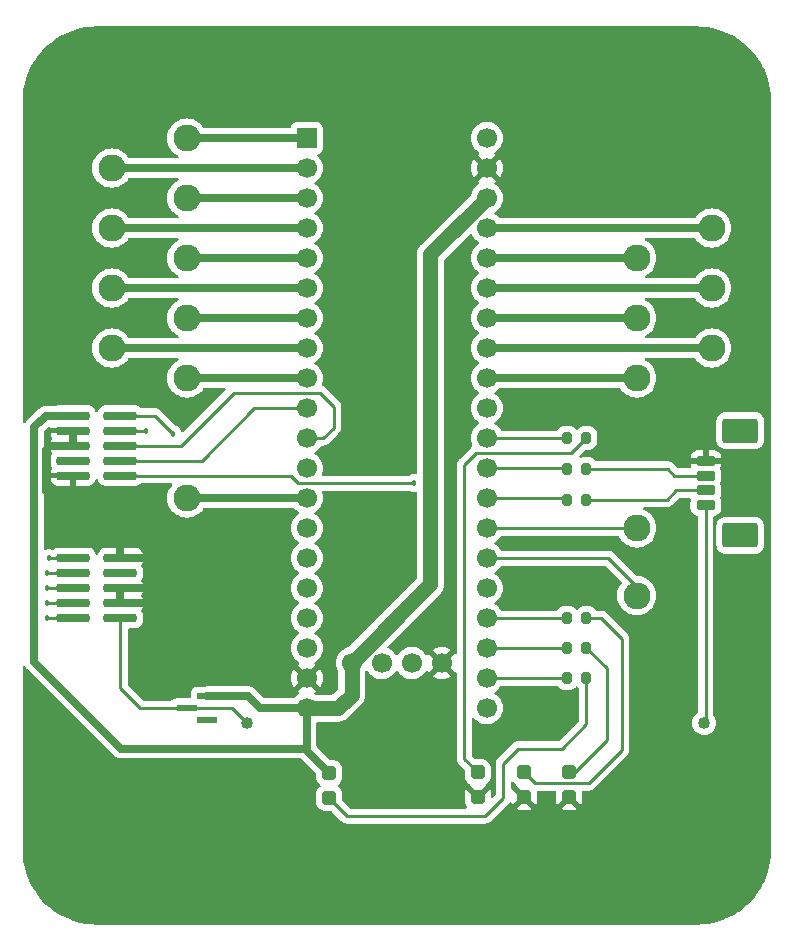
<source format=gbr>
%TF.GenerationSoftware,KiCad,Pcbnew,7.0.8*%
%TF.CreationDate,2024-08-14T14:07:48-06:00*%
%TF.ProjectId,blackpill_carrier,626c6163-6b70-4696-9c6c-5f6361727269,1.0*%
%TF.SameCoordinates,Original*%
%TF.FileFunction,Copper,L1,Top*%
%TF.FilePolarity,Positive*%
%FSLAX46Y46*%
G04 Gerber Fmt 4.6, Leading zero omitted, Abs format (unit mm)*
G04 Created by KiCad (PCBNEW 7.0.8) date 2024-08-14 14:07:48*
%MOMM*%
%LPD*%
G01*
G04 APERTURE LIST*
G04 Aperture macros list*
%AMRoundRect*
0 Rectangle with rounded corners*
0 $1 Rounding radius*
0 $2 $3 $4 $5 $6 $7 $8 $9 X,Y pos of 4 corners*
0 Add a 4 corners polygon primitive as box body*
4,1,4,$2,$3,$4,$5,$6,$7,$8,$9,$2,$3,0*
0 Add four circle primitives for the rounded corners*
1,1,$1+$1,$2,$3*
1,1,$1+$1,$4,$5*
1,1,$1+$1,$6,$7*
1,1,$1+$1,$8,$9*
0 Add four rect primitives between the rounded corners*
20,1,$1+$1,$2,$3,$4,$5,0*
20,1,$1+$1,$4,$5,$6,$7,0*
20,1,$1+$1,$6,$7,$8,$9,0*
20,1,$1+$1,$8,$9,$2,$3,0*%
G04 Aperture macros list end*
%TA.AperFunction,SMDPad,CuDef*%
%ADD10R,1.750000X0.600000*%
%TD*%
%TA.AperFunction,ComponentPad*%
%ADD11C,2.286000*%
%TD*%
%TA.AperFunction,SMDPad,CuDef*%
%ADD12RoundRect,0.200000X0.200000X0.275000X-0.200000X0.275000X-0.200000X-0.275000X0.200000X-0.275000X0*%
%TD*%
%TA.AperFunction,SMDPad,CuDef*%
%ADD13RoundRect,0.300000X0.300000X-0.300000X0.300000X0.300000X-0.300000X0.300000X-0.300000X-0.300000X0*%
%TD*%
%TA.AperFunction,SMDPad,CuDef*%
%ADD14RoundRect,0.185000X1.215000X-0.185000X1.215000X0.185000X-1.215000X0.185000X-1.215000X-0.185000X0*%
%TD*%
%TA.AperFunction,SMDPad,CuDef*%
%ADD15RoundRect,0.200000X0.600000X-0.200000X0.600000X0.200000X-0.600000X0.200000X-0.600000X-0.200000X0*%
%TD*%
%TA.AperFunction,SMDPad,CuDef*%
%ADD16RoundRect,0.250001X1.249999X-0.799999X1.249999X0.799999X-1.249999X0.799999X-1.249999X-0.799999X0*%
%TD*%
%TA.AperFunction,SMDPad,CuDef*%
%ADD17RoundRect,0.185000X-1.215000X0.185000X-1.215000X-0.185000X1.215000X-0.185000X1.215000X0.185000X0*%
%TD*%
%TA.AperFunction,ComponentPad*%
%ADD18R,1.700000X1.700000*%
%TD*%
%TA.AperFunction,ComponentPad*%
%ADD19C,1.700000*%
%TD*%
%TA.AperFunction,ViaPad*%
%ADD20C,1.016000*%
%TD*%
%TA.AperFunction,ViaPad*%
%ADD21C,0.457200*%
%TD*%
%TA.AperFunction,Conductor*%
%ADD22C,0.635000*%
%TD*%
%TA.AperFunction,Conductor*%
%ADD23C,0.254000*%
%TD*%
%TA.AperFunction,Conductor*%
%ADD24C,1.270000*%
%TD*%
G04 APERTURE END LIST*
D10*
%TO.P,J1,1,Pin_1*%
%TO.N,+3V3*%
X110081000Y-124984000D03*
%TO.P,J1,2,Pin_2*%
%TO.N,/TPWR*%
X108331000Y-125984000D03*
%TO.P,J1,3,Pin_3*%
%TO.N,unconnected-(J1-Pin_3-Pad3)*%
X110081000Y-126984000D03*
%TD*%
D11*
%TO.P,TP12,1,1*%
%TO.N,Net-(U1-PB2)*%
X146431000Y-87884000D03*
%TD*%
%TO.P,TP15,1,1*%
%TO.N,Net-(U1-PB12)*%
X108331000Y-77724000D03*
%TD*%
D12*
%TO.P,R6,1*%
%TO.N,Net-(D4-A)*%
X142176000Y-103124000D03*
%TO.P,R6,2*%
%TO.N,/LED_UART*%
X140526000Y-103124000D03*
%TD*%
D11*
%TO.P,TP2,1,1*%
%TO.N,Net-(U1-PA1)*%
X146431000Y-110744000D03*
%TD*%
%TO.P,TP3,1,1*%
%TO.N,Net-(U1-PA6)*%
X146431000Y-98044000D03*
%TD*%
%TO.P,TP4,1,1*%
%TO.N,Net-(U1-PA7)*%
X152781000Y-95504000D03*
%TD*%
D13*
%TO.P,D1,1,K*%
%TO.N,GND*%
X140716000Y-133511000D03*
%TO.P,D1,2,A*%
%TO.N,Net-(D1-A)*%
X140716000Y-131411000D03*
%TD*%
D12*
%TO.P,R3,1*%
%TO.N,Net-(D1-A)*%
X142176000Y-120904000D03*
%TO.P,R3,2*%
%TO.N,/LED_ERROR*%
X140526000Y-120904000D03*
%TD*%
D11*
%TO.P,TP14,1,1*%
%TO.N,Net-(U1-PB10)*%
X152781000Y-85344000D03*
%TD*%
D14*
%TO.P,J2,1,VTref*%
%TO.N,/TPWR*%
X102711000Y-118364000D03*
%TO.P,J2,2,SWDIO/TMS*%
%TO.N,/t_SWDIO{slash}TMS*%
X98711000Y-118364000D03*
%TO.P,J2,3,GND*%
%TO.N,GND*%
X102711000Y-117094000D03*
%TO.P,J2,4,SWDCLK/TCK*%
%TO.N,/t_SWDCLK{slash}TCK*%
X98711000Y-117094000D03*
%TO.P,J2,5,GND*%
%TO.N,GND*%
X102711000Y-115824000D03*
%TO.P,J2,6,SWO/TDO*%
%TO.N,/t_SWO{slash}TDO*%
X98711000Y-115824000D03*
%TO.P,J2,7,KEY*%
%TO.N,unconnected-(J2-KEY-Pad7)*%
X102711000Y-114554000D03*
%TO.P,J2,8,NC/TDI*%
%TO.N,/t_NC{slash}TDI*%
X98711000Y-114554000D03*
%TO.P,J2,9,GNDDetect*%
%TO.N,GND*%
X102711000Y-113284000D03*
%TO.P,J2,10,~{RESET}*%
%TO.N,/~{nRST}*%
X98711000Y-113284000D03*
%TD*%
D11*
%TO.P,TP17,1,1*%
%TO.N,Net-(U1-PB14)*%
X108331000Y-82804000D03*
%TD*%
D13*
%TO.P,D4,1,K*%
%TO.N,GND*%
X132969000Y-133511000D03*
%TO.P,D4,2,A*%
%TO.N,Net-(D4-A)*%
X132969000Y-131411000D03*
%TD*%
D11*
%TO.P,TP10,1,1*%
%TO.N,Net-(U1-PB0)*%
X146431000Y-92964000D03*
%TD*%
%TO.P,TP9,1,1*%
%TO.N,Net-(U1-PA12)*%
X108331000Y-98044000D03*
%TD*%
D12*
%TO.P,R5,1*%
%TO.N,Net-(D3-K)*%
X142176000Y-123444000D03*
%TO.P,R5,2*%
%TO.N,/LED_IDLE_RUN*%
X140526000Y-123444000D03*
%TD*%
%TO.P,R2,1*%
%TO.N,Net-(J4-Pin_3)*%
X142176000Y-105740200D03*
%TO.P,R2,2*%
%TO.N,/RXD*%
X140526000Y-105740200D03*
%TD*%
D11*
%TO.P,TP16,1,1*%
%TO.N,Net-(U1-PB13)*%
X101981000Y-80264000D03*
%TD*%
D12*
%TO.P,R1,1*%
%TO.N,Net-(J4-Pin_2)*%
X142176000Y-108331000D03*
%TO.P,R1,2*%
%TO.N,/TXD*%
X140526000Y-108331000D03*
%TD*%
D11*
%TO.P,TP11,1,1*%
%TO.N,Net-(U1-PB1)*%
X152781000Y-90424000D03*
%TD*%
%TO.P,TP6,1,1*%
%TO.N,Net-(U1-PA9)*%
X101981000Y-90424000D03*
%TD*%
D15*
%TO.P,J4,1,Pin_1*%
%TO.N,/TPWR*%
X152286000Y-108809000D03*
%TO.P,J4,2,Pin_2*%
%TO.N,Net-(J4-Pin_2)*%
X152286000Y-107559000D03*
%TO.P,J4,3,Pin_3*%
%TO.N,Net-(J4-Pin_3)*%
X152286000Y-106309000D03*
%TO.P,J4,4,Pin_4*%
%TO.N,GND*%
X152286000Y-105059000D03*
D16*
%TO.P,J4,MP*%
%TO.N,N/C*%
X155186000Y-111359000D03*
X155186000Y-102509000D03*
%TD*%
D17*
%TO.P,J3,1,VTref*%
%TO.N,+3V3*%
X98711000Y-101219000D03*
%TO.P,J3,2,SWDIO/TMS*%
%TO.N,/b_SWDIO*%
X102711000Y-101219000D03*
%TO.P,J3,3,GND*%
%TO.N,GND*%
X98711000Y-102489000D03*
%TO.P,J3,4,SWDCLK/TCK*%
%TO.N,/b_SWDCLK*%
X102711000Y-102489000D03*
%TO.P,J3,5,GND*%
%TO.N,GND*%
X98711000Y-103759000D03*
%TO.P,J3,6,SWO/TDO*%
%TO.N,/b_SWO*%
X102711000Y-103759000D03*
%TO.P,J3,7,KEY*%
%TO.N,unconnected-(J3-KEY-Pad7)*%
X98711000Y-105029000D03*
%TO.P,J3,8,NC/TDI*%
%TO.N,/b_TDI*%
X102711000Y-105029000D03*
%TO.P,J3,9,GNDDetect*%
%TO.N,GND*%
X98711000Y-106299000D03*
%TO.P,J3,10,~{RESET}*%
%TO.N,/~{RESET}*%
X102711000Y-106299000D03*
%TD*%
D18*
%TO.P,U1,1,PB12*%
%TO.N,Net-(U1-PB12)*%
X118491000Y-77724000D03*
D19*
%TO.P,U1,2,PB13*%
%TO.N,Net-(U1-PB13)*%
X118491000Y-80264000D03*
%TO.P,U1,3,PB14*%
%TO.N,Net-(U1-PB14)*%
X118491000Y-82804000D03*
%TO.P,U1,4,PB15*%
%TO.N,Net-(U1-PB15)*%
X118491000Y-85344000D03*
%TO.P,U1,5,PA8*%
%TO.N,Net-(U1-PA8)*%
X118491000Y-87884000D03*
%TO.P,U1,6,PA9*%
%TO.N,Net-(U1-PA9)*%
X118491000Y-90424000D03*
%TO.P,U1,7,PA10*%
%TO.N,Net-(U1-PA10)*%
X118491000Y-92964000D03*
%TO.P,U1,8,PA11*%
%TO.N,Net-(U1-PA11)*%
X118491000Y-95504000D03*
%TO.P,U1,9,PA12*%
%TO.N,Net-(U1-PA12)*%
X118491000Y-98044000D03*
%TO.P,U1,10,PA15/JTDI*%
%TO.N,/b_TDI*%
X118491000Y-100584000D03*
%TO.P,U1,11,PB3/JTDO/SWO*%
%TO.N,/b_SWO*%
X118491000Y-103124000D03*
%TO.P,U1,12,PB4/JTRST*%
%TO.N,unconnected-(U1-PB4{slash}JTRST-Pad12)*%
X118491000Y-105664000D03*
%TO.P,U1,13,PB5*%
%TO.N,Net-(U1-PB5)*%
X118491000Y-108204000D03*
%TO.P,U1,14,PB6*%
%TO.N,/t_NC{slash}TDI*%
X118491000Y-110744000D03*
%TO.P,U1,15,PB7*%
%TO.N,/t_SWO{slash}TDO*%
X118491000Y-113284000D03*
%TO.P,U1,16,PB8*%
%TO.N,/t_SWDCLK{slash}TCK*%
X118491000Y-115824000D03*
%TO.P,U1,17,PB9*%
%TO.N,/t_SWDIO{slash}TMS*%
X118491000Y-118364000D03*
%TO.P,U1,18,5V*%
%TO.N,unconnected-(U1-5V-Pad18)*%
X118491000Y-120904000D03*
%TO.P,U1,19,GND*%
%TO.N,GND*%
X118491000Y-123444000D03*
%TO.P,U1,20,3V3*%
%TO.N,+3V3*%
X118491000Y-125984000D03*
%TO.P,U1,21,VBAT*%
%TO.N,unconnected-(U1-VBAT-Pad21)*%
X133731000Y-125984000D03*
%TO.P,U1,22,PC13*%
%TO.N,/LED_IDLE_RUN*%
X133731000Y-123444000D03*
%TO.P,U1,23,PC14*%
%TO.N,/LED_ERROR*%
X133731000Y-120904000D03*
%TO.P,U1,24,PC15*%
%TO.N,/LED_BOOTLOADER*%
X133731000Y-118364000D03*
%TO.P,U1,25,~{RESET}*%
%TO.N,/~{RESET}*%
X133731000Y-115824000D03*
%TO.P,U1,26,PA0*%
%TO.N,Net-(U1-PA0)*%
X133731000Y-113284000D03*
%TO.P,U1,27,PA1*%
%TO.N,Net-(U1-PA1)*%
X133731000Y-110744000D03*
%TO.P,U1,28,PA2*%
%TO.N,/TXD*%
X133731000Y-108204000D03*
%TO.P,U1,29,PA3*%
%TO.N,/RXD*%
X133731000Y-105664000D03*
%TO.P,U1,30,PA4*%
%TO.N,/LED_UART*%
X133731000Y-103124000D03*
%TO.P,U1,31,PA5*%
%TO.N,/~{nRST}*%
X133731000Y-100584000D03*
%TO.P,U1,32,PA6*%
%TO.N,Net-(U1-PA6)*%
X133731000Y-98044000D03*
%TO.P,U1,33,PA7*%
%TO.N,Net-(U1-PA7)*%
X133731000Y-95504000D03*
%TO.P,U1,34,PB0*%
%TO.N,Net-(U1-PB0)*%
X133731000Y-92964000D03*
%TO.P,U1,35,PB1*%
%TO.N,Net-(U1-PB1)*%
X133731000Y-90424000D03*
%TO.P,U1,36,PB2*%
%TO.N,Net-(U1-PB2)*%
X133731000Y-87884000D03*
%TO.P,U1,37,PB10*%
%TO.N,Net-(U1-PB10)*%
X133731000Y-85344000D03*
%TO.P,U1,38,3V3*%
%TO.N,+3V3*%
X133731000Y-82804000D03*
%TO.P,U1,39,GND*%
%TO.N,GND*%
X133731000Y-80264000D03*
%TO.P,U1,40,5V*%
%TO.N,unconnected-(U1-5V-Pad40)*%
X133731000Y-77724000D03*
%TO.P,U1,41,3V3*%
%TO.N,+3V3*%
X122301000Y-122174000D03*
%TO.P,U1,42,PA13/JTMS/SWDIO*%
%TO.N,/b_SWDIO*%
X124841000Y-122174000D03*
%TO.P,U1,43,PA14/JTCL/SWCLK*%
%TO.N,/b_SWDCLK*%
X127381000Y-122174000D03*
%TO.P,U1,44,GND*%
%TO.N,GND*%
X129921000Y-122174000D03*
%TD*%
D11*
%TO.P,TP7,1,1*%
%TO.N,Net-(U1-PA10)*%
X108331000Y-92964000D03*
%TD*%
%TO.P,TP8,1,1*%
%TO.N,Net-(U1-PA11)*%
X101981000Y-95504000D03*
%TD*%
%TO.P,TP1,1,1*%
%TO.N,Net-(U1-PA0)*%
X146431000Y-116459000D03*
%TD*%
D13*
%TO.P,D3,1,K*%
%TO.N,Net-(D3-K)*%
X120396000Y-133604000D03*
%TO.P,D3,2,A*%
%TO.N,+3V3*%
X120396000Y-131504000D03*
%TD*%
D12*
%TO.P,R4,1*%
%TO.N,Net-(D2-A)*%
X142176000Y-118364000D03*
%TO.P,R4,2*%
%TO.N,/LED_BOOTLOADER*%
X140526000Y-118364000D03*
%TD*%
D11*
%TO.P,TP13,1,1*%
%TO.N,Net-(U1-PB5)*%
X108331000Y-108204000D03*
%TD*%
D13*
%TO.P,D2,1,K*%
%TO.N,GND*%
X136906000Y-133511000D03*
%TO.P,D2,2,A*%
%TO.N,Net-(D2-A)*%
X136906000Y-131411000D03*
%TD*%
D11*
%TO.P,TP5,1,1*%
%TO.N,Net-(U1-PA8)*%
X108331000Y-87884000D03*
%TD*%
%TO.P,TP18,1,1*%
%TO.N,Net-(U1-PB15)*%
X101981000Y-85344000D03*
%TD*%
D20*
%TO.N,GND*%
X122301000Y-114554000D03*
X112776000Y-120269000D03*
X131064000Y-88773000D03*
X122555000Y-88011000D03*
X122555000Y-85344000D03*
X128016000Y-125984000D03*
X122301000Y-109474000D03*
X129286000Y-125984000D03*
X126746000Y-125984000D03*
X125476000Y-100584000D03*
X122555000Y-93091000D03*
X131064000Y-93853000D03*
X125476000Y-103124000D03*
X130048000Y-82677000D03*
X106426000Y-120269000D03*
X122555000Y-95631000D03*
X131191000Y-103759000D03*
X122301000Y-117094000D03*
X125476000Y-101854000D03*
X130048000Y-77597000D03*
X122301000Y-112014000D03*
X130048000Y-80137000D03*
X131191000Y-102489000D03*
X131064000Y-96393000D03*
X131064000Y-91313000D03*
X110236000Y-120269000D03*
X122555000Y-77724000D03*
X107696000Y-120269000D03*
X124206000Y-125984000D03*
X108966000Y-120269000D03*
X122555000Y-80264000D03*
X111506000Y-120269000D03*
X125476000Y-125984000D03*
X122555000Y-82804000D03*
X122555000Y-90551000D03*
X131191000Y-101219000D03*
%TO.N,/TPWR*%
X152146000Y-127254000D03*
X113411000Y-127254000D03*
D21*
%TO.N,/t_SWDIO{slash}TMS*%
X96520000Y-118364000D03*
%TO.N,/t_SWDCLK{slash}TCK*%
X96520000Y-117094000D03*
%TO.N,/t_SWO{slash}TDO*%
X96520000Y-115824000D03*
%TO.N,/t_NC{slash}TDI*%
X96520000Y-114554000D03*
%TO.N,/~{nRST}*%
X96647000Y-113284000D03*
%TO.N,/b_SWDIO*%
X107188000Y-102790600D03*
%TO.N,/b_SWDCLK*%
X104902000Y-102489000D03*
%TO.N,/~{RESET}*%
X127555600Y-106933998D03*
%TD*%
D22*
%TO.N,GND*%
X106680000Y-115824000D02*
X106807000Y-115951000D01*
X102711000Y-111792000D02*
X102743000Y-111760000D01*
X96774000Y-103759000D02*
X96393000Y-104140000D01*
X102711000Y-117094000D02*
X102711000Y-115824000D01*
X102711000Y-113284000D02*
X105791000Y-113284000D01*
X102711000Y-117094000D02*
X106045000Y-117094000D01*
X96393000Y-107569000D02*
X97536000Y-108712000D01*
X96393000Y-104140000D02*
X96393000Y-107569000D01*
X98711000Y-102489000D02*
X98711000Y-103759000D01*
X98711000Y-103759000D02*
X96774000Y-103759000D01*
X97536000Y-108712000D02*
X97663000Y-108712000D01*
X102711000Y-113284000D02*
X102711000Y-111792000D01*
X102711000Y-115824000D02*
X106680000Y-115824000D01*
D23*
%TO.N,Net-(D1-A)*%
X140843000Y-131538000D02*
X141004000Y-131538000D01*
X143891000Y-128651000D02*
X143891000Y-122619000D01*
X141004000Y-131538000D02*
X143891000Y-128651000D01*
X140716000Y-131411000D02*
X140843000Y-131538000D01*
X143891000Y-122619000D02*
X142176000Y-120904000D01*
%TO.N,Net-(D2-A)*%
X136906000Y-131411000D02*
X137833000Y-132338000D01*
X143383000Y-118364000D02*
X142176000Y-118364000D01*
X137833000Y-132338000D02*
X142363000Y-132338000D01*
X145161000Y-129540000D02*
X145161000Y-120142000D01*
X145161000Y-120142000D02*
X143383000Y-118364000D01*
X142363000Y-132338000D02*
X145161000Y-129540000D01*
%TO.N,Net-(D3-K)*%
X142176000Y-127318000D02*
X142176000Y-123444000D01*
X133604000Y-135128000D02*
X135128000Y-133604000D01*
X136398000Y-129413000D02*
X140081000Y-129413000D01*
X121920000Y-135128000D02*
X133604000Y-135128000D01*
X120396000Y-133604000D02*
X121920000Y-135128000D01*
X140081000Y-129413000D02*
X142176000Y-127318000D01*
X135128000Y-133604000D02*
X135128000Y-130683000D01*
X135128000Y-130683000D02*
X136398000Y-129413000D01*
%TO.N,Net-(D4-A)*%
X131826000Y-105410000D02*
X131826000Y-130268000D01*
X142176000Y-103124000D02*
X140906000Y-104394000D01*
X131826000Y-130268000D02*
X132969000Y-131411000D01*
X132842000Y-104394000D02*
X131826000Y-105410000D01*
X140906000Y-104394000D02*
X132842000Y-104394000D01*
D24*
%TO.N,+3V3*%
X122301000Y-122174000D02*
X122301000Y-124841000D01*
D22*
X118491000Y-129413000D02*
X118491000Y-129159000D01*
X102743000Y-129413000D02*
X118491000Y-129413000D01*
D24*
X121158000Y-125984000D02*
X118491000Y-125984000D01*
D22*
X118491000Y-129159000D02*
X118491000Y-125984000D01*
X118491000Y-129599000D02*
X120396000Y-131504000D01*
X95402400Y-102209600D02*
X95402400Y-122072400D01*
D24*
X122301000Y-124841000D02*
X121158000Y-125984000D01*
D22*
X114554000Y-125984000D02*
X118491000Y-125984000D01*
X96393000Y-101219000D02*
X95402400Y-102209600D01*
D24*
X128952600Y-87582400D02*
X128952600Y-115522400D01*
X133731000Y-82804000D02*
X128952600Y-87582400D01*
D22*
X95402400Y-122072400D02*
X102743000Y-129413000D01*
X98711000Y-101219000D02*
X96393000Y-101219000D01*
D24*
X128952600Y-115522400D02*
X122301000Y-122174000D01*
D22*
X110081000Y-124984000D02*
X113554000Y-124984000D01*
X118491000Y-129159000D02*
X118491000Y-129599000D01*
X113554000Y-124984000D02*
X114554000Y-125984000D01*
D23*
%TO.N,/TPWR*%
X102711000Y-118364000D02*
X102711000Y-124301000D01*
X152286000Y-127114000D02*
X152286000Y-108809000D01*
X102711000Y-124301000D02*
X104394000Y-125984000D01*
X104394000Y-125984000D02*
X108331000Y-125984000D01*
X112141000Y-125984000D02*
X113411000Y-127254000D01*
X152146000Y-127254000D02*
X152286000Y-127114000D01*
X108331000Y-125984000D02*
X112141000Y-125984000D01*
%TO.N,/t_SWDIO{slash}TMS*%
X98711000Y-118364000D02*
X96520000Y-118364000D01*
%TO.N,/t_SWDCLK{slash}TCK*%
X98711000Y-117094000D02*
X96520000Y-117094000D01*
X96520000Y-117094000D02*
X96647000Y-117094000D01*
%TO.N,/t_SWO{slash}TDO*%
X96520000Y-115824000D02*
X96647000Y-115824000D01*
X98711000Y-115824000D02*
X96520000Y-115824000D01*
%TO.N,/t_NC{slash}TDI*%
X96520000Y-114554000D02*
X96647000Y-114554000D01*
X98711000Y-114554000D02*
X96520000Y-114554000D01*
%TO.N,/~{nRST}*%
X98711000Y-113284000D02*
X96647000Y-113284000D01*
%TO.N,/b_SWDIO*%
X102711000Y-101219000D02*
X105616400Y-101219000D01*
X105616400Y-101219000D02*
X107188000Y-102790600D01*
%TO.N,/b_SWDCLK*%
X102711000Y-102489000D02*
X104902000Y-102489000D01*
%TO.N,/b_SWO*%
X107823000Y-103759000D02*
X112293400Y-99288600D01*
X120777000Y-102235000D02*
X119888000Y-103124000D01*
X102711000Y-103759000D02*
X107823000Y-103759000D01*
X119888000Y-103124000D02*
X118491000Y-103124000D01*
X119608600Y-99288600D02*
X120777000Y-100457000D01*
X120777000Y-100457000D02*
X120777000Y-102235000D01*
X112293400Y-99288600D02*
X119608600Y-99288600D01*
%TO.N,/b_TDI*%
X114046000Y-100584000D02*
X118491000Y-100584000D01*
X109601000Y-105029000D02*
X114046000Y-100584000D01*
X102711000Y-105029000D02*
X109601000Y-105029000D01*
%TO.N,/~{RESET}*%
X117119400Y-106299000D02*
X117754398Y-106933998D01*
X117754398Y-106933998D02*
X127555600Y-106933998D01*
X102711000Y-106299000D02*
X117119400Y-106299000D01*
%TO.N,Net-(J4-Pin_2)*%
X148971000Y-108331000D02*
X149743000Y-107559000D01*
X142176000Y-108331000D02*
X148971000Y-108331000D01*
X149743000Y-107559000D02*
X152286000Y-107559000D01*
%TO.N,Net-(J4-Pin_3)*%
X149616000Y-106309000D02*
X152286000Y-106309000D01*
X142176000Y-105740200D02*
X149047200Y-105740200D01*
X149047200Y-105740200D02*
X149616000Y-106309000D01*
%TO.N,/TXD*%
X140399000Y-108204000D02*
X140526000Y-108331000D01*
X133731000Y-108204000D02*
X140399000Y-108204000D01*
%TO.N,/RXD*%
X140449800Y-105664000D02*
X140526000Y-105740200D01*
X133731000Y-105664000D02*
X140449800Y-105664000D01*
%TO.N,/LED_ERROR*%
X133731000Y-120904000D02*
X140526000Y-120904000D01*
%TO.N,/LED_BOOTLOADER*%
X133731000Y-118364000D02*
X140526000Y-118364000D01*
%TO.N,/LED_IDLE_RUN*%
X133731000Y-123444000D02*
X140526000Y-123444000D01*
%TO.N,/LED_UART*%
X140526000Y-103124000D02*
X133731000Y-103124000D01*
%TO.N,Net-(U1-PA0)*%
X133731000Y-113284000D02*
X144018000Y-113284000D01*
X144018000Y-113284000D02*
X146431000Y-115697000D01*
X146431000Y-115697000D02*
X146431000Y-116459000D01*
%TO.N,Net-(U1-PA1)*%
X133731000Y-110744000D02*
X146431000Y-110744000D01*
D22*
%TO.N,Net-(U1-PA6)*%
X146431000Y-98044000D02*
X133731000Y-98044000D01*
%TO.N,Net-(U1-PA7)*%
X133731000Y-95504000D02*
X152781000Y-95504000D01*
%TO.N,Net-(U1-PA8)*%
X108331000Y-87884000D02*
X118491000Y-87884000D01*
%TO.N,Net-(U1-PA9)*%
X118491000Y-90424000D02*
X101981000Y-90424000D01*
%TO.N,Net-(U1-PA10)*%
X108331000Y-92964000D02*
X118491000Y-92964000D01*
%TO.N,Net-(U1-PA11)*%
X118491000Y-95504000D02*
X101981000Y-95504000D01*
%TO.N,Net-(U1-PA12)*%
X108331000Y-98044000D02*
X118491000Y-98044000D01*
%TO.N,Net-(U1-PB0)*%
X133731000Y-92964000D02*
X146431000Y-92964000D01*
%TO.N,Net-(U1-PB1)*%
X133731000Y-90424000D02*
X152781000Y-90424000D01*
%TO.N,Net-(U1-PB2)*%
X133731000Y-87884000D02*
X146431000Y-87884000D01*
%TO.N,Net-(U1-PB5)*%
X118491000Y-108204000D02*
X108331000Y-108204000D01*
%TO.N,Net-(U1-PB10)*%
X133731000Y-85344000D02*
X152781000Y-85344000D01*
%TO.N,Net-(U1-PB12)*%
X118491000Y-77724000D02*
X108331000Y-77724000D01*
%TO.N,Net-(U1-PB13)*%
X118491000Y-80264000D02*
X101981000Y-80264000D01*
%TO.N,Net-(U1-PB14)*%
X108331000Y-82804000D02*
X118491000Y-82804000D01*
%TO.N,Net-(U1-PB15)*%
X118491000Y-85344000D02*
X101981000Y-85344000D01*
%TD*%
%TA.AperFunction,Conductor*%
%TO.N,GND*%
G36*
X151977515Y-68293155D02*
G01*
X151982090Y-68293498D01*
X152443707Y-68345511D01*
X152448260Y-68346198D01*
X152904678Y-68432556D01*
X152909167Y-68433581D01*
X153357873Y-68553811D01*
X153362273Y-68555169D01*
X153800721Y-68708589D01*
X153805011Y-68710274D01*
X154230765Y-68896029D01*
X154234938Y-68898038D01*
X154645607Y-69115083D01*
X154649607Y-69117393D01*
X155042911Y-69364522D01*
X155046744Y-69367135D01*
X155420477Y-69642962D01*
X155424092Y-69645846D01*
X155776177Y-69948840D01*
X155779577Y-69951995D01*
X156108004Y-70280422D01*
X156111159Y-70283822D01*
X156414153Y-70635907D01*
X156417045Y-70639533D01*
X156692864Y-71013255D01*
X156695477Y-71017088D01*
X156942606Y-71410392D01*
X156944925Y-71414408D01*
X157161958Y-71825055D01*
X157163970Y-71829234D01*
X157349725Y-72254988D01*
X157351415Y-72259292D01*
X157458089Y-72564149D01*
X157504826Y-72697715D01*
X157506194Y-72702147D01*
X157626415Y-73150821D01*
X157627447Y-73155342D01*
X157713800Y-73611733D01*
X157714492Y-73616319D01*
X157766499Y-74077890D01*
X157766845Y-74082508D01*
X157784300Y-74549000D01*
X157784300Y-138024079D01*
X157784300Y-138049000D01*
X157775303Y-138289470D01*
X157766846Y-138515484D01*
X157766499Y-138520109D01*
X157714492Y-138981680D01*
X157713800Y-138986266D01*
X157627447Y-139442657D01*
X157626415Y-139447178D01*
X157506194Y-139895852D01*
X157504826Y-139900284D01*
X157351420Y-140338694D01*
X157349725Y-140343011D01*
X157163970Y-140768765D01*
X157161958Y-140772944D01*
X156944925Y-141183591D01*
X156942606Y-141187607D01*
X156695477Y-141580911D01*
X156692864Y-141584744D01*
X156417045Y-141958466D01*
X156414153Y-141962092D01*
X156111159Y-142314177D01*
X156108004Y-142317577D01*
X155779577Y-142646004D01*
X155776177Y-142649159D01*
X155424092Y-142952153D01*
X155420466Y-142955045D01*
X155046744Y-143230864D01*
X155042911Y-143233477D01*
X154649607Y-143480606D01*
X154645591Y-143482925D01*
X154234944Y-143699958D01*
X154230765Y-143701970D01*
X153805011Y-143887725D01*
X153800698Y-143889418D01*
X153695516Y-143926223D01*
X153362284Y-144042826D01*
X153357852Y-144044194D01*
X152909178Y-144164415D01*
X152904657Y-144165447D01*
X152448266Y-144251800D01*
X152443681Y-144252491D01*
X152367646Y-144261059D01*
X151982109Y-144304499D01*
X151977489Y-144304845D01*
X151511000Y-144322300D01*
X100711000Y-144322300D01*
X100244508Y-144304845D01*
X100239890Y-144304499D01*
X100009104Y-144278495D01*
X99778314Y-144252491D01*
X99773733Y-144251800D01*
X99317342Y-144165447D01*
X99312821Y-144164415D01*
X98994243Y-144079052D01*
X98864143Y-144044192D01*
X98859715Y-144042826D01*
X98726149Y-143996089D01*
X98421292Y-143889415D01*
X98416988Y-143887725D01*
X97991234Y-143701970D01*
X97987055Y-143699958D01*
X97827292Y-143615521D01*
X97576401Y-143482921D01*
X97572392Y-143480606D01*
X97179088Y-143233477D01*
X97175255Y-143230864D01*
X96948787Y-143063723D01*
X96801526Y-142955039D01*
X96797907Y-142952153D01*
X96445822Y-142649159D01*
X96442422Y-142646004D01*
X96113995Y-142317577D01*
X96110840Y-142314177D01*
X95807846Y-141962092D01*
X95804962Y-141958477D01*
X95529135Y-141584744D01*
X95526522Y-141580911D01*
X95279393Y-141187607D01*
X95277083Y-141183607D01*
X95060038Y-140772938D01*
X95058029Y-140768765D01*
X94872274Y-140343011D01*
X94870589Y-140338721D01*
X94717169Y-139900273D01*
X94715811Y-139895873D01*
X94595581Y-139447167D01*
X94594556Y-139442678D01*
X94508198Y-138986260D01*
X94507511Y-138981707D01*
X94455498Y-138520090D01*
X94455155Y-138515515D01*
X94437700Y-138049000D01*
X94437700Y-138024079D01*
X94437700Y-122521074D01*
X94457385Y-122454035D01*
X94510189Y-122408280D01*
X94579347Y-122398336D01*
X94642903Y-122427361D01*
X94666180Y-122454292D01*
X94674294Y-122466986D01*
X94700396Y-122507822D01*
X94740949Y-122575222D01*
X94743002Y-122577922D01*
X94752687Y-122590311D01*
X94754805Y-122592946D01*
X94754807Y-122592948D01*
X94754808Y-122592949D01*
X94810423Y-122648564D01*
X94864506Y-122705658D01*
X94864510Y-122705661D01*
X94867152Y-122707906D01*
X94882194Y-122720335D01*
X102133410Y-129971551D01*
X102136805Y-129975233D01*
X102140653Y-129979763D01*
X102171606Y-130016206D01*
X102171611Y-130016211D01*
X102201561Y-130038977D01*
X102234222Y-130063805D01*
X102260365Y-130084819D01*
X102295519Y-130113077D01*
X102298440Y-130114944D01*
X102311674Y-130123153D01*
X102314637Y-130124935D01*
X102314641Y-130124938D01*
X102386018Y-130157960D01*
X102456477Y-130192905D01*
X102459740Y-130194104D01*
X102474401Y-130199266D01*
X102477702Y-130200378D01*
X102554501Y-130217282D01*
X102630832Y-130236265D01*
X102630838Y-130236265D01*
X102634234Y-130236728D01*
X102649698Y-130238622D01*
X102653163Y-130238999D01*
X102653167Y-130239000D01*
X102653171Y-130239000D01*
X102731820Y-130239000D01*
X102810432Y-130241129D01*
X102810432Y-130241128D01*
X102810435Y-130241129D01*
X102813775Y-130240856D01*
X102833316Y-130239000D01*
X117911497Y-130239000D01*
X117978536Y-130258685D01*
X117999178Y-130275319D01*
X119251181Y-131527321D01*
X119284666Y-131588644D01*
X119287500Y-131615002D01*
X119287500Y-131849412D01*
X119302781Y-131985041D01*
X119302782Y-131985046D01*
X119362958Y-132157017D01*
X119459872Y-132311254D01*
X119459889Y-132311281D01*
X119588719Y-132440111D01*
X119594977Y-132444043D01*
X119602877Y-132449007D01*
X119649167Y-132501343D01*
X119659814Y-132570396D01*
X119631438Y-132634244D01*
X119602877Y-132658993D01*
X119588717Y-132667890D01*
X119459889Y-132796718D01*
X119362958Y-132950982D01*
X119302782Y-133122953D01*
X119302781Y-133122958D01*
X119287500Y-133258587D01*
X119287500Y-133949412D01*
X119302781Y-134085041D01*
X119302782Y-134085046D01*
X119329118Y-134160308D01*
X119362957Y-134257015D01*
X119459889Y-134411281D01*
X119588719Y-134540111D01*
X119742985Y-134637043D01*
X119914953Y-134697217D01*
X119914958Y-134697218D01*
X120006357Y-134707515D01*
X120050588Y-134712499D01*
X120050591Y-134712500D01*
X120050594Y-134712500D01*
X120554406Y-134712500D01*
X120621445Y-134732185D01*
X120642087Y-134748819D01*
X121411339Y-135518071D01*
X121421269Y-135530465D01*
X121421476Y-135530295D01*
X121426444Y-135536300D01*
X121477709Y-135584441D01*
X121498903Y-135605636D01*
X121498906Y-135605638D01*
X121504504Y-135609981D01*
X121508936Y-135613766D01*
X121543494Y-135646217D01*
X121561470Y-135656099D01*
X121577716Y-135666770D01*
X121593933Y-135679349D01*
X121637431Y-135698172D01*
X121642660Y-135700734D01*
X121651206Y-135705432D01*
X121684192Y-135723567D01*
X121684194Y-135723567D01*
X121684197Y-135723569D01*
X121704066Y-135728670D01*
X121722462Y-135734968D01*
X121741292Y-135743117D01*
X121773796Y-135748264D01*
X121788098Y-135750530D01*
X121793817Y-135751714D01*
X121839718Y-135763500D01*
X121860226Y-135763500D01*
X121879623Y-135765026D01*
X121899877Y-135768234D01*
X121899878Y-135768235D01*
X121899878Y-135768234D01*
X121899879Y-135768235D01*
X121921987Y-135766145D01*
X121947061Y-135763775D01*
X121952899Y-135763500D01*
X133520153Y-135763500D01*
X133535932Y-135765241D01*
X133535958Y-135764974D01*
X133543711Y-135765706D01*
X133543719Y-135765708D01*
X133613985Y-135763500D01*
X133643983Y-135763500D01*
X133651013Y-135762611D01*
X133656836Y-135762153D01*
X133704205Y-135760665D01*
X133723906Y-135754940D01*
X133742951Y-135750997D01*
X133763299Y-135748427D01*
X133807393Y-135730968D01*
X133812856Y-135729098D01*
X133858393Y-135715869D01*
X133876054Y-135705423D01*
X133893512Y-135696871D01*
X133912588Y-135689319D01*
X133950928Y-135661462D01*
X133955800Y-135658261D01*
X133996598Y-135634134D01*
X134011094Y-135619637D01*
X134025892Y-135606998D01*
X134027767Y-135605636D01*
X134042487Y-135594942D01*
X134072707Y-135558410D01*
X134076621Y-135554109D01*
X135103070Y-134527660D01*
X136242891Y-134527660D01*
X136256697Y-134536335D01*
X136256701Y-134536337D01*
X136426858Y-134595877D01*
X136561069Y-134610999D01*
X136561070Y-134611000D01*
X137250930Y-134611000D01*
X137250930Y-134610999D01*
X137385143Y-134595877D01*
X137385145Y-134595877D01*
X137555300Y-134536336D01*
X137555307Y-134536333D01*
X137569107Y-134527661D01*
X137569107Y-134527660D01*
X140052891Y-134527660D01*
X140066697Y-134536335D01*
X140066701Y-134536337D01*
X140236858Y-134595877D01*
X140371069Y-134610999D01*
X140371070Y-134611000D01*
X141060930Y-134611000D01*
X141060930Y-134610999D01*
X141195143Y-134595877D01*
X141195145Y-134595877D01*
X141365300Y-134536336D01*
X141365307Y-134536333D01*
X141379107Y-134527661D01*
X141379107Y-134527660D01*
X140716001Y-133864553D01*
X140716000Y-133864553D01*
X140052891Y-134527660D01*
X137569107Y-134527660D01*
X136906001Y-133864553D01*
X136906000Y-133864553D01*
X136242891Y-134527660D01*
X135103070Y-134527660D01*
X135518072Y-134112658D01*
X135530461Y-134102735D01*
X135530289Y-134102528D01*
X135536298Y-134097555D01*
X135536303Y-134097553D01*
X135584441Y-134046290D01*
X135605638Y-134025094D01*
X135609979Y-134019497D01*
X135613774Y-134015054D01*
X135631261Y-133996433D01*
X135691501Y-133961038D01*
X135761315Y-133963830D01*
X135818537Y-134003924D01*
X135838695Y-134040362D01*
X135880662Y-134160298D01*
X135880667Y-134160308D01*
X135889338Y-134174108D01*
X136552447Y-133511000D01*
X136552447Y-133510999D01*
X135885134Y-132843686D01*
X135832565Y-132834480D01*
X135781184Y-132787133D01*
X135763500Y-132723313D01*
X135763500Y-132311254D01*
X135783185Y-132244215D01*
X135835989Y-132198460D01*
X135905147Y-132188516D01*
X135968703Y-132217541D01*
X135975181Y-132223573D01*
X136098719Y-132347111D01*
X136182877Y-132399991D01*
X136229168Y-132452326D01*
X136234744Y-132486192D01*
X136906000Y-133157447D01*
X137922660Y-134174107D01*
X137922661Y-134174107D01*
X137931333Y-134160307D01*
X137931336Y-134160300D01*
X137990877Y-133990145D01*
X137990877Y-133990143D01*
X138005999Y-133855930D01*
X138006000Y-133855930D01*
X138006000Y-133166070D01*
X138005999Y-133166069D01*
X137999838Y-133111384D01*
X138011892Y-133042562D01*
X138059241Y-132991183D01*
X138123058Y-132973500D01*
X139498942Y-132973500D01*
X139565981Y-132993185D01*
X139611736Y-133045989D01*
X139622162Y-133111384D01*
X139616000Y-133166069D01*
X139616000Y-133855930D01*
X139631122Y-133990141D01*
X139690662Y-134160298D01*
X139690667Y-134160308D01*
X139699338Y-134174108D01*
X140628319Y-133245128D01*
X140689642Y-133211643D01*
X140759334Y-133216627D01*
X140803681Y-133245128D01*
X141732660Y-134174107D01*
X141732661Y-134174107D01*
X141741333Y-134160307D01*
X141741336Y-134160300D01*
X141800877Y-133990145D01*
X141800877Y-133990143D01*
X141815999Y-133855930D01*
X141816000Y-133855930D01*
X141816000Y-133166070D01*
X141815999Y-133166069D01*
X141809838Y-133111384D01*
X141821892Y-133042562D01*
X141869241Y-132991183D01*
X141933058Y-132973500D01*
X142279153Y-132973500D01*
X142294932Y-132975241D01*
X142294958Y-132974974D01*
X142302711Y-132975706D01*
X142302719Y-132975708D01*
X142372985Y-132973500D01*
X142402983Y-132973500D01*
X142410013Y-132972611D01*
X142415836Y-132972153D01*
X142463205Y-132970665D01*
X142482906Y-132964940D01*
X142501951Y-132960997D01*
X142522299Y-132958427D01*
X142566393Y-132940968D01*
X142571856Y-132939098D01*
X142617393Y-132925869D01*
X142635054Y-132915423D01*
X142652512Y-132906871D01*
X142671588Y-132899319D01*
X142709928Y-132871462D01*
X142714800Y-132868261D01*
X142755598Y-132844134D01*
X142770094Y-132829637D01*
X142784892Y-132816998D01*
X142786763Y-132815639D01*
X142801487Y-132804942D01*
X142831708Y-132768409D01*
X142835609Y-132764122D01*
X145551075Y-130048656D01*
X145563458Y-130038738D01*
X145563286Y-130038530D01*
X145569292Y-130033559D01*
X145569303Y-130033553D01*
X145617426Y-129982306D01*
X145638639Y-129961094D01*
X145642983Y-129955492D01*
X145646770Y-129951057D01*
X145679217Y-129916506D01*
X145689099Y-129898529D01*
X145699771Y-129882282D01*
X145712350Y-129866066D01*
X145731174Y-129822563D01*
X145733739Y-129817329D01*
X145756566Y-129775809D01*
X145756566Y-129775807D01*
X145756569Y-129775803D01*
X145761669Y-129755935D01*
X145767967Y-129737538D01*
X145776117Y-129718707D01*
X145783530Y-129671901D01*
X145784715Y-129666177D01*
X145796500Y-129620282D01*
X145796500Y-129599773D01*
X145798027Y-129580373D01*
X145801235Y-129560120D01*
X145796775Y-129512938D01*
X145796500Y-129507100D01*
X145796500Y-120225851D01*
X145798242Y-120210069D01*
X145797975Y-120210044D01*
X145798707Y-120202288D01*
X145798709Y-120202281D01*
X145796500Y-120131996D01*
X145796500Y-120102017D01*
X145795610Y-120094982D01*
X145795153Y-120089164D01*
X145793665Y-120041795D01*
X145787941Y-120022093D01*
X145783997Y-120003049D01*
X145781427Y-119982701D01*
X145763973Y-119938618D01*
X145762098Y-119933142D01*
X145748869Y-119887607D01*
X145748868Y-119887606D01*
X145748868Y-119887604D01*
X145738428Y-119869952D01*
X145729869Y-119852482D01*
X145722319Y-119833412D01*
X145694468Y-119795080D01*
X145691261Y-119790197D01*
X145675065Y-119762812D01*
X145667135Y-119749402D01*
X145667133Y-119749400D01*
X145667128Y-119749394D01*
X145652633Y-119734899D01*
X145639995Y-119720103D01*
X145631156Y-119707937D01*
X145627942Y-119703513D01*
X145591422Y-119673301D01*
X145587100Y-119669367D01*
X143891658Y-117973925D01*
X143881732Y-117961535D01*
X143881525Y-117961707D01*
X143876552Y-117955696D01*
X143825306Y-117907573D01*
X143804097Y-117886363D01*
X143798492Y-117882015D01*
X143794046Y-117878218D01*
X143759509Y-117845785D01*
X143759501Y-117845780D01*
X143741540Y-117835906D01*
X143725274Y-117825222D01*
X143709064Y-117812648D01*
X143665571Y-117793827D01*
X143660323Y-117791256D01*
X143618805Y-117768432D01*
X143618804Y-117768431D01*
X143618803Y-117768431D01*
X143598937Y-117763330D01*
X143580538Y-117757030D01*
X143561709Y-117748883D01*
X143561708Y-117748882D01*
X143514902Y-117741469D01*
X143509181Y-117740284D01*
X143463283Y-117728500D01*
X143463282Y-117728500D01*
X143442774Y-117728500D01*
X143423376Y-117726973D01*
X143405792Y-117724188D01*
X143403122Y-117723765D01*
X143403121Y-117723764D01*
X143355939Y-117728225D01*
X143350101Y-117728500D01*
X143055906Y-117728500D01*
X142988867Y-117708815D01*
X142949789Y-117668650D01*
X142937818Y-117648848D01*
X142937817Y-117648847D01*
X142937816Y-117648845D01*
X142816155Y-117527184D01*
X142668913Y-117438173D01*
X142504649Y-117386987D01*
X142504647Y-117386986D01*
X142504645Y-117386986D01*
X142454667Y-117382444D01*
X142433265Y-117380500D01*
X142433262Y-117380500D01*
X141918727Y-117380500D01*
X141847354Y-117386985D01*
X141847344Y-117386988D01*
X141683090Y-117438171D01*
X141535841Y-117527186D01*
X141535840Y-117527187D01*
X141438681Y-117624347D01*
X141377358Y-117657832D01*
X141307666Y-117652848D01*
X141263319Y-117624347D01*
X141166158Y-117527186D01*
X141165410Y-117526734D01*
X141018913Y-117438173D01*
X140854649Y-117386987D01*
X140854647Y-117386986D01*
X140854645Y-117386986D01*
X140804667Y-117382444D01*
X140783265Y-117380500D01*
X140783262Y-117380500D01*
X140268727Y-117380500D01*
X140197354Y-117386985D01*
X140197344Y-117386988D01*
X140033090Y-117438171D01*
X139885843Y-117527185D01*
X139764181Y-117648848D01*
X139752211Y-117668650D01*
X139700683Y-117715837D01*
X139646094Y-117728500D01*
X135005649Y-117728500D01*
X134938610Y-117708815D01*
X134901841Y-117672322D01*
X134829890Y-117562194D01*
X134806722Y-117526732D01*
X134806719Y-117526729D01*
X134806715Y-117526723D01*
X134654243Y-117361097D01*
X134654238Y-117361092D01*
X134476577Y-117222812D01*
X134476578Y-117222812D01*
X134476576Y-117222811D01*
X134440070Y-117203055D01*
X134390479Y-117153836D01*
X134375371Y-117085619D01*
X134399541Y-117020064D01*
X134440070Y-116984945D01*
X134440084Y-116984936D01*
X134476576Y-116965189D01*
X134654240Y-116826906D01*
X134806722Y-116661268D01*
X134929860Y-116472791D01*
X135020296Y-116266616D01*
X135075564Y-116048368D01*
X135075565Y-116048359D01*
X135094156Y-115824005D01*
X135094156Y-115823994D01*
X135075565Y-115599640D01*
X135075563Y-115599628D01*
X135046604Y-115485271D01*
X135020296Y-115381384D01*
X134929860Y-115175209D01*
X134806722Y-114986732D01*
X134806719Y-114986729D01*
X134806715Y-114986723D01*
X134654243Y-114821097D01*
X134654238Y-114821092D01*
X134476577Y-114682812D01*
X134476578Y-114682812D01*
X134476576Y-114682811D01*
X134440070Y-114663055D01*
X134390479Y-114613836D01*
X134375371Y-114545619D01*
X134399541Y-114480064D01*
X134440070Y-114444945D01*
X134440084Y-114444936D01*
X134476576Y-114425189D01*
X134654240Y-114286906D01*
X134806722Y-114121268D01*
X134901841Y-113975678D01*
X134954987Y-113930322D01*
X135005649Y-113919500D01*
X143703406Y-113919500D01*
X143770445Y-113939185D01*
X143791087Y-113955819D01*
X145115564Y-115280296D01*
X145149049Y-115341619D01*
X145144065Y-115411311D01*
X145122175Y-115448507D01*
X145090777Y-115485270D01*
X145090774Y-115485273D01*
X144954951Y-115706915D01*
X144855472Y-115947080D01*
X144794789Y-116199846D01*
X144774393Y-116459000D01*
X144794789Y-116718153D01*
X144855472Y-116970919D01*
X144954951Y-117211084D01*
X145090773Y-117432723D01*
X145090774Y-117432726D01*
X145111113Y-117456540D01*
X145259602Y-117630398D01*
X145398329Y-117748882D01*
X145457273Y-117799225D01*
X145457276Y-117799226D01*
X145678915Y-117935048D01*
X145804752Y-117987171D01*
X145919080Y-118034527D01*
X146171850Y-118095211D01*
X146431000Y-118115607D01*
X146690150Y-118095211D01*
X146942920Y-118034527D01*
X147183084Y-117935048D01*
X147404729Y-117799223D01*
X147602398Y-117630398D01*
X147771223Y-117432729D01*
X147907048Y-117211084D01*
X148006527Y-116970920D01*
X148067211Y-116718150D01*
X148087607Y-116459000D01*
X148067211Y-116199850D01*
X148006527Y-115947080D01*
X147939528Y-115785330D01*
X147907048Y-115706915D01*
X147771226Y-115485276D01*
X147771225Y-115485273D01*
X147726152Y-115432500D01*
X147602398Y-115287602D01*
X147464512Y-115169836D01*
X147404726Y-115118774D01*
X147404723Y-115118773D01*
X147183084Y-114982951D01*
X146942919Y-114883472D01*
X146758169Y-114839118D01*
X146690150Y-114822789D01*
X146522956Y-114809630D01*
X146481081Y-114806334D01*
X146415793Y-114781449D01*
X146403130Y-114770397D01*
X144526658Y-112893925D01*
X144516732Y-112881535D01*
X144516525Y-112881707D01*
X144511552Y-112875696D01*
X144460306Y-112827573D01*
X144439097Y-112806363D01*
X144433492Y-112802015D01*
X144429046Y-112798218D01*
X144394509Y-112765785D01*
X144394501Y-112765780D01*
X144376540Y-112755906D01*
X144360274Y-112745222D01*
X144344064Y-112732648D01*
X144300571Y-112713827D01*
X144295323Y-112711256D01*
X144253805Y-112688432D01*
X144253804Y-112688431D01*
X144253803Y-112688431D01*
X144233937Y-112683330D01*
X144215538Y-112677030D01*
X144196709Y-112668883D01*
X144196708Y-112668882D01*
X144149902Y-112661469D01*
X144144181Y-112660284D01*
X144098283Y-112648500D01*
X144098282Y-112648500D01*
X144077774Y-112648500D01*
X144058376Y-112646973D01*
X144047769Y-112645293D01*
X144038122Y-112643765D01*
X144038121Y-112643764D01*
X143990939Y-112648225D01*
X143985101Y-112648500D01*
X135005649Y-112648500D01*
X134938610Y-112628815D01*
X134901841Y-112592322D01*
X134840655Y-112498670D01*
X134806722Y-112446732D01*
X134806719Y-112446729D01*
X134806715Y-112446723D01*
X134654243Y-112281097D01*
X134654238Y-112281092D01*
X134476577Y-112142812D01*
X134476578Y-112142812D01*
X134476576Y-112142811D01*
X134440070Y-112123055D01*
X134390479Y-112073836D01*
X134375371Y-112005619D01*
X134399541Y-111940064D01*
X134440070Y-111904945D01*
X134440084Y-111904936D01*
X134476576Y-111885189D01*
X134654240Y-111746906D01*
X134806722Y-111581268D01*
X134901841Y-111435678D01*
X134954987Y-111390322D01*
X135005649Y-111379500D01*
X144823807Y-111379500D01*
X144890846Y-111399185D01*
X144936601Y-111451989D01*
X144938368Y-111456048D01*
X144954949Y-111496080D01*
X144954951Y-111496083D01*
X145090773Y-111717723D01*
X145090774Y-111717726D01*
X145090777Y-111717729D01*
X145259602Y-111915398D01*
X145400409Y-112035658D01*
X145457273Y-112084225D01*
X145457276Y-112084226D01*
X145678915Y-112220048D01*
X145904348Y-112313425D01*
X145919080Y-112319527D01*
X146171850Y-112380211D01*
X146431000Y-112400607D01*
X146690150Y-112380211D01*
X146942920Y-112319527D01*
X147183084Y-112220048D01*
X147404729Y-112084223D01*
X147602398Y-111915398D01*
X147771223Y-111717729D01*
X147907048Y-111496084D01*
X148006527Y-111255920D01*
X148067211Y-111003150D01*
X148087607Y-110744000D01*
X148067211Y-110484850D01*
X148006527Y-110232080D01*
X147955306Y-110108421D01*
X147907048Y-109991915D01*
X147771226Y-109770276D01*
X147771225Y-109770273D01*
X147733084Y-109725616D01*
X147602398Y-109572602D01*
X147461591Y-109452342D01*
X147404726Y-109403774D01*
X147404723Y-109403773D01*
X147183084Y-109267951D01*
X147031252Y-109205061D01*
X146976849Y-109161220D01*
X146954784Y-109094926D01*
X146972063Y-109027227D01*
X147023200Y-108979616D01*
X147078705Y-108966500D01*
X148887153Y-108966500D01*
X148902932Y-108968241D01*
X148902958Y-108967974D01*
X148910711Y-108968706D01*
X148910719Y-108968708D01*
X148980985Y-108966500D01*
X149010983Y-108966500D01*
X149018013Y-108965611D01*
X149023836Y-108965153D01*
X149071205Y-108963665D01*
X149090906Y-108957940D01*
X149109951Y-108953997D01*
X149130299Y-108951427D01*
X149174393Y-108933968D01*
X149179856Y-108932098D01*
X149225393Y-108918869D01*
X149243054Y-108908423D01*
X149260512Y-108899871D01*
X149279588Y-108892319D01*
X149317928Y-108864462D01*
X149322800Y-108861261D01*
X149363598Y-108837134D01*
X149378094Y-108822637D01*
X149392892Y-108809998D01*
X149409487Y-108797942D01*
X149439706Y-108761411D01*
X149443610Y-108757120D01*
X149969914Y-108230819D01*
X150031237Y-108197334D01*
X150057595Y-108194500D01*
X150904541Y-108194500D01*
X150971580Y-108214185D01*
X151017335Y-108266989D01*
X151027279Y-108336147D01*
X151022926Y-108355390D01*
X150983987Y-108480349D01*
X150977500Y-108551737D01*
X150977500Y-109066272D01*
X150983985Y-109137645D01*
X150983988Y-109137655D01*
X151035171Y-109301909D01*
X151035172Y-109301911D01*
X151035173Y-109301913D01*
X151096750Y-109403773D01*
X151124186Y-109449158D01*
X151245841Y-109570813D01*
X151245843Y-109570814D01*
X151245845Y-109570816D01*
X151393087Y-109659827D01*
X151557351Y-109711013D01*
X151557357Y-109711013D01*
X151563389Y-109712893D01*
X151621537Y-109751630D01*
X151649512Y-109815655D01*
X151650500Y-109831279D01*
X151650500Y-126291931D01*
X151630815Y-126358970D01*
X151584956Y-126401287D01*
X151582809Y-126402435D01*
X151578528Y-126404723D01*
X151423747Y-126531747D01*
X151296718Y-126686536D01*
X151202333Y-126863118D01*
X151144208Y-127054728D01*
X151124582Y-127254000D01*
X151144208Y-127453271D01*
X151202333Y-127644881D01*
X151296718Y-127821463D01*
X151296720Y-127821465D01*
X151296722Y-127821469D01*
X151300985Y-127826663D01*
X151423747Y-127976252D01*
X151489770Y-128030434D01*
X151578531Y-128103278D01*
X151578534Y-128103280D01*
X151578536Y-128103281D01*
X151755118Y-128197666D01*
X151755120Y-128197667D01*
X151946731Y-128255792D01*
X152146000Y-128275418D01*
X152345269Y-128255792D01*
X152536880Y-128197667D01*
X152713469Y-128103278D01*
X152868252Y-127976252D01*
X152995278Y-127821469D01*
X153089667Y-127644880D01*
X153147792Y-127453269D01*
X153167418Y-127254000D01*
X153147792Y-127054731D01*
X153089667Y-126863120D01*
X153062266Y-126811856D01*
X152995281Y-126686536D01*
X152995280Y-126686534D01*
X152995278Y-126686531D01*
X152951176Y-126632792D01*
X152949645Y-126630926D01*
X152922333Y-126566616D01*
X152921500Y-126552263D01*
X152921500Y-112209551D01*
X153177500Y-112209551D01*
X153188113Y-112313428D01*
X153243883Y-112481735D01*
X153243884Y-112481738D01*
X153336967Y-112632647D01*
X153336970Y-112632651D01*
X153462348Y-112758029D01*
X153462352Y-112758032D01*
X153613261Y-112851115D01*
X153613264Y-112851116D01*
X153781571Y-112906886D01*
X153781572Y-112906886D01*
X153781575Y-112906887D01*
X153885456Y-112917500D01*
X153885461Y-112917500D01*
X156486539Y-112917500D01*
X156486544Y-112917500D01*
X156590425Y-112906887D01*
X156758738Y-112851115D01*
X156909651Y-112758030D01*
X157035030Y-112632651D01*
X157128115Y-112481738D01*
X157183887Y-112313425D01*
X157194500Y-112209544D01*
X157194500Y-110508456D01*
X157183887Y-110404575D01*
X157149694Y-110301384D01*
X157128116Y-110236264D01*
X157128115Y-110236261D01*
X157035032Y-110085352D01*
X157035029Y-110085348D01*
X156909651Y-109959970D01*
X156909647Y-109959967D01*
X156758738Y-109866884D01*
X156758735Y-109866883D01*
X156590428Y-109811113D01*
X156486551Y-109800500D01*
X156486544Y-109800500D01*
X153885456Y-109800500D01*
X153885448Y-109800500D01*
X153781571Y-109811113D01*
X153613264Y-109866883D01*
X153613261Y-109866884D01*
X153462352Y-109959967D01*
X153462348Y-109959970D01*
X153336970Y-110085348D01*
X153336967Y-110085352D01*
X153243884Y-110236261D01*
X153243883Y-110236264D01*
X153188113Y-110404571D01*
X153177500Y-110508448D01*
X153177500Y-112209551D01*
X152921500Y-112209551D01*
X152921500Y-109831280D01*
X152941185Y-109764241D01*
X152993989Y-109718486D01*
X153008610Y-109712894D01*
X153014645Y-109711013D01*
X153014649Y-109711013D01*
X153178913Y-109659827D01*
X153326155Y-109570816D01*
X153447816Y-109449155D01*
X153536827Y-109301913D01*
X153588013Y-109137649D01*
X153594500Y-109066265D01*
X153594499Y-108551736D01*
X153594499Y-108551735D01*
X153594499Y-108551727D01*
X153588014Y-108480354D01*
X153588011Y-108480344D01*
X153536828Y-108316090D01*
X153536827Y-108316089D01*
X153536827Y-108316087D01*
X153495756Y-108248149D01*
X153477921Y-108180595D01*
X153495757Y-108119850D01*
X153536827Y-108051913D01*
X153588013Y-107887649D01*
X153594500Y-107816265D01*
X153594499Y-107301736D01*
X153594499Y-107301727D01*
X153588014Y-107230354D01*
X153588011Y-107230344D01*
X153536828Y-107066090D01*
X153536827Y-107066089D01*
X153536827Y-107066087D01*
X153495756Y-106998149D01*
X153477921Y-106930595D01*
X153495757Y-106869850D01*
X153536827Y-106801913D01*
X153588013Y-106637649D01*
X153594500Y-106566265D01*
X153594499Y-106051736D01*
X153594499Y-106051727D01*
X153588014Y-105980354D01*
X153588011Y-105980344D01*
X153536828Y-105816090D01*
X153536827Y-105816089D01*
X153536827Y-105816087D01*
X153490789Y-105739931D01*
X153472954Y-105672380D01*
X153490791Y-105611633D01*
X153529018Y-105548398D01*
X153529019Y-105548397D01*
X153579590Y-105386106D01*
X153586000Y-105315572D01*
X153586000Y-105309000D01*
X150986001Y-105309000D01*
X150986001Y-105315582D01*
X150992408Y-105386102D01*
X150992409Y-105386107D01*
X151031829Y-105512609D01*
X151032981Y-105582469D01*
X150996180Y-105641862D01*
X150933111Y-105671930D01*
X150913444Y-105673500D01*
X149930595Y-105673500D01*
X149863556Y-105653815D01*
X149842914Y-105637181D01*
X149555858Y-105350125D01*
X149545932Y-105337735D01*
X149545725Y-105337907D01*
X149540752Y-105331896D01*
X149489506Y-105283773D01*
X149468297Y-105262563D01*
X149462692Y-105258215D01*
X149458246Y-105254418D01*
X149423709Y-105221985D01*
X149423701Y-105221980D01*
X149405740Y-105212106D01*
X149389474Y-105201422D01*
X149379988Y-105194064D01*
X149373267Y-105188850D01*
X149373266Y-105188849D01*
X149373264Y-105188848D01*
X149329771Y-105170027D01*
X149324523Y-105167456D01*
X149283005Y-105144632D01*
X149283004Y-105144631D01*
X149283003Y-105144631D01*
X149263137Y-105139530D01*
X149244738Y-105133230D01*
X149225909Y-105125083D01*
X149225908Y-105125082D01*
X149179102Y-105117669D01*
X149173381Y-105116484D01*
X149127483Y-105104700D01*
X149127482Y-105104700D01*
X149106974Y-105104700D01*
X149087576Y-105103173D01*
X149076969Y-105101493D01*
X149067322Y-105099965D01*
X149067321Y-105099964D01*
X149020139Y-105104425D01*
X149014301Y-105104700D01*
X143055906Y-105104700D01*
X142988867Y-105085015D01*
X142949789Y-105044850D01*
X142937818Y-105025048D01*
X142937817Y-105025047D01*
X142937816Y-105025045D01*
X142816155Y-104903384D01*
X142668913Y-104814373D01*
X142651670Y-104809000D01*
X150986000Y-104809000D01*
X152036000Y-104809000D01*
X152036000Y-104159000D01*
X152536000Y-104159000D01*
X152536000Y-104809000D01*
X153585999Y-104809000D01*
X153585999Y-104802417D01*
X153579591Y-104731897D01*
X153579590Y-104731892D01*
X153529018Y-104569603D01*
X153441072Y-104424122D01*
X153320877Y-104303927D01*
X153175395Y-104215980D01*
X153175396Y-104215980D01*
X153013105Y-104165409D01*
X153013106Y-104165409D01*
X152942572Y-104159000D01*
X152536000Y-104159000D01*
X152036000Y-104159000D01*
X151629417Y-104159000D01*
X151558897Y-104165408D01*
X151558892Y-104165409D01*
X151396603Y-104215981D01*
X151251122Y-104303927D01*
X151130927Y-104424122D01*
X151042980Y-104569604D01*
X150992409Y-104731893D01*
X150986000Y-104802427D01*
X150986000Y-104809000D01*
X142651670Y-104809000D01*
X142504649Y-104763187D01*
X142504647Y-104763186D01*
X142504645Y-104763186D01*
X142454667Y-104758644D01*
X142433265Y-104756700D01*
X142433262Y-104756700D01*
X141918727Y-104756700D01*
X141847354Y-104763185D01*
X141847352Y-104763186D01*
X141729439Y-104799929D01*
X141659578Y-104801079D01*
X141600186Y-104764278D01*
X141570118Y-104701209D01*
X141578922Y-104631896D01*
X141604865Y-104593865D01*
X142054913Y-104143818D01*
X142116236Y-104110333D01*
X142142594Y-104107499D01*
X142433271Y-104107499D01*
X142504644Y-104101014D01*
X142504647Y-104101013D01*
X142504649Y-104101013D01*
X142668913Y-104049827D01*
X142816155Y-103960816D01*
X142937816Y-103839155D01*
X143026827Y-103691913D01*
X143078013Y-103527649D01*
X143084500Y-103456265D01*
X143084500Y-103359551D01*
X153177500Y-103359551D01*
X153188113Y-103463428D01*
X153243883Y-103631735D01*
X153243884Y-103631738D01*
X153336967Y-103782647D01*
X153336970Y-103782651D01*
X153462348Y-103908029D01*
X153462352Y-103908032D01*
X153613261Y-104001115D01*
X153613264Y-104001116D01*
X153781571Y-104056886D01*
X153781572Y-104056886D01*
X153781575Y-104056887D01*
X153885456Y-104067500D01*
X153885461Y-104067500D01*
X156486539Y-104067500D01*
X156486544Y-104067500D01*
X156590425Y-104056887D01*
X156758738Y-104001115D01*
X156909651Y-103908030D01*
X157035030Y-103782651D01*
X157128115Y-103631738D01*
X157128647Y-103630134D01*
X157183886Y-103463428D01*
X157183885Y-103463428D01*
X157183887Y-103463425D01*
X157194500Y-103359544D01*
X157194500Y-101658456D01*
X157183887Y-101554575D01*
X157183886Y-101554571D01*
X157128116Y-101386264D01*
X157128115Y-101386261D01*
X157035032Y-101235352D01*
X157035029Y-101235348D01*
X156909651Y-101109970D01*
X156909647Y-101109967D01*
X156758738Y-101016884D01*
X156758735Y-101016883D01*
X156590428Y-100961113D01*
X156486551Y-100950500D01*
X156486544Y-100950500D01*
X153885456Y-100950500D01*
X153885448Y-100950500D01*
X153781571Y-100961113D01*
X153613264Y-101016883D01*
X153613261Y-101016884D01*
X153462352Y-101109967D01*
X153462348Y-101109970D01*
X153336970Y-101235348D01*
X153336967Y-101235352D01*
X153243884Y-101386261D01*
X153243883Y-101386264D01*
X153188113Y-101554571D01*
X153177500Y-101658448D01*
X153177500Y-103359551D01*
X143084500Y-103359551D01*
X143084499Y-102791736D01*
X143084499Y-102791727D01*
X143078014Y-102720354D01*
X143078011Y-102720344D01*
X143026828Y-102556090D01*
X143026827Y-102556089D01*
X143026827Y-102556087D01*
X142937816Y-102408845D01*
X142937814Y-102408843D01*
X142937813Y-102408841D01*
X142816158Y-102287186D01*
X142815410Y-102286734D01*
X142668913Y-102198173D01*
X142504649Y-102146987D01*
X142504647Y-102146986D01*
X142504645Y-102146986D01*
X142454667Y-102142444D01*
X142433265Y-102140500D01*
X142433262Y-102140500D01*
X141918727Y-102140500D01*
X141847354Y-102146985D01*
X141847344Y-102146988D01*
X141683090Y-102198171D01*
X141535841Y-102287186D01*
X141535840Y-102287187D01*
X141438681Y-102384347D01*
X141377358Y-102417832D01*
X141307666Y-102412848D01*
X141263319Y-102384347D01*
X141166158Y-102287186D01*
X141165410Y-102286734D01*
X141018913Y-102198173D01*
X140854649Y-102146987D01*
X140854647Y-102146986D01*
X140854645Y-102146986D01*
X140804667Y-102142444D01*
X140783265Y-102140500D01*
X140783262Y-102140500D01*
X140268727Y-102140500D01*
X140197354Y-102146985D01*
X140197344Y-102146988D01*
X140033090Y-102198171D01*
X139885843Y-102287185D01*
X139764181Y-102408848D01*
X139752211Y-102428650D01*
X139700683Y-102475837D01*
X139646094Y-102488500D01*
X135005649Y-102488500D01*
X134938610Y-102468815D01*
X134901841Y-102432322D01*
X134825676Y-102315744D01*
X134806722Y-102286732D01*
X134806719Y-102286729D01*
X134806715Y-102286723D01*
X134654243Y-102121097D01*
X134654238Y-102121092D01*
X134520877Y-102017292D01*
X134476576Y-101982811D01*
X134440070Y-101963055D01*
X134390479Y-101913836D01*
X134375371Y-101845619D01*
X134399541Y-101780064D01*
X134440070Y-101744945D01*
X134440084Y-101744936D01*
X134476576Y-101725189D01*
X134654240Y-101586906D01*
X134806722Y-101421268D01*
X134929860Y-101232791D01*
X135020296Y-101026616D01*
X135075564Y-100808368D01*
X135075565Y-100808359D01*
X135094156Y-100584005D01*
X135094156Y-100583994D01*
X135075565Y-100359640D01*
X135075563Y-100359628D01*
X135026905Y-100167484D01*
X135020296Y-100141384D01*
X134929860Y-99935209D01*
X134806722Y-99746732D01*
X134806719Y-99746729D01*
X134806715Y-99746723D01*
X134654243Y-99581097D01*
X134654238Y-99581092D01*
X134476577Y-99442812D01*
X134476578Y-99442812D01*
X134476576Y-99442811D01*
X134440070Y-99423055D01*
X134390479Y-99373836D01*
X134375371Y-99305619D01*
X134399541Y-99240064D01*
X134440070Y-99204945D01*
X134440084Y-99204936D01*
X134476576Y-99185189D01*
X134654240Y-99046906D01*
X134762588Y-98929210D01*
X134780257Y-98910017D01*
X134840144Y-98874026D01*
X134871486Y-98870000D01*
X144930805Y-98870000D01*
X144997844Y-98889685D01*
X145036532Y-98929210D01*
X145090773Y-99017724D01*
X145090774Y-99017726D01*
X145090777Y-99017729D01*
X145259602Y-99215398D01*
X145400409Y-99335658D01*
X145457273Y-99384225D01*
X145457276Y-99384226D01*
X145678915Y-99520048D01*
X145919080Y-99619527D01*
X146171850Y-99680211D01*
X146431000Y-99700607D01*
X146690150Y-99680211D01*
X146942920Y-99619527D01*
X147183084Y-99520048D01*
X147404729Y-99384223D01*
X147602398Y-99215398D01*
X147771223Y-99017729D01*
X147907048Y-98796084D01*
X148006527Y-98555920D01*
X148067211Y-98303150D01*
X148087607Y-98044000D01*
X148067211Y-97784850D01*
X148006527Y-97532080D01*
X147907048Y-97291915D01*
X147771226Y-97070276D01*
X147771225Y-97070273D01*
X147694165Y-96980048D01*
X147602398Y-96872602D01*
X147416892Y-96714165D01*
X147404726Y-96703774D01*
X147404723Y-96703773D01*
X147183083Y-96567951D01*
X147178740Y-96565738D01*
X147179413Y-96564416D01*
X147130153Y-96524722D01*
X147108087Y-96458428D01*
X147125365Y-96390729D01*
X147176501Y-96343117D01*
X147232008Y-96330000D01*
X151280805Y-96330000D01*
X151347844Y-96349685D01*
X151386532Y-96389210D01*
X151440773Y-96477724D01*
X151440774Y-96477726D01*
X151440777Y-96477729D01*
X151609602Y-96675398D01*
X151750409Y-96795658D01*
X151807273Y-96844225D01*
X151807276Y-96844226D01*
X152028915Y-96980048D01*
X152246734Y-97070271D01*
X152269080Y-97079527D01*
X152521850Y-97140211D01*
X152781000Y-97160607D01*
X153040150Y-97140211D01*
X153292920Y-97079527D01*
X153533084Y-96980048D01*
X153754729Y-96844223D01*
X153952398Y-96675398D01*
X154121223Y-96477729D01*
X154257048Y-96256084D01*
X154356527Y-96015920D01*
X154417211Y-95763150D01*
X154437607Y-95504000D01*
X154417211Y-95244850D01*
X154356527Y-94992080D01*
X154257048Y-94751915D01*
X154121226Y-94530276D01*
X154121225Y-94530273D01*
X154072136Y-94472797D01*
X153952398Y-94332602D01*
X153766892Y-94174165D01*
X153754726Y-94163774D01*
X153754723Y-94163773D01*
X153533084Y-94027951D01*
X153292919Y-93928472D01*
X153040153Y-93867789D01*
X152781000Y-93847393D01*
X152521846Y-93867789D01*
X152269080Y-93928472D01*
X152028915Y-94027951D01*
X151807276Y-94163773D01*
X151807273Y-94163774D01*
X151609602Y-94332602D01*
X151440774Y-94530273D01*
X151440773Y-94530275D01*
X151386532Y-94618790D01*
X151334721Y-94665665D01*
X151280805Y-94678000D01*
X147232008Y-94678000D01*
X147164969Y-94658315D01*
X147119214Y-94605511D01*
X147109270Y-94536353D01*
X147138295Y-94472797D01*
X147179250Y-94443264D01*
X147178740Y-94442262D01*
X147183078Y-94440050D01*
X147183084Y-94440048D01*
X147404729Y-94304223D01*
X147602398Y-94135398D01*
X147771223Y-93937729D01*
X147907048Y-93716084D01*
X148006527Y-93475920D01*
X148067211Y-93223150D01*
X148087607Y-92964000D01*
X148067211Y-92704850D01*
X148006527Y-92452080D01*
X147907048Y-92211915D01*
X147771226Y-91990276D01*
X147771225Y-91990273D01*
X147694165Y-91900048D01*
X147602398Y-91792602D01*
X147416892Y-91634165D01*
X147404726Y-91623774D01*
X147404723Y-91623773D01*
X147183083Y-91487951D01*
X147178740Y-91485738D01*
X147179413Y-91484416D01*
X147130153Y-91444722D01*
X147108087Y-91378428D01*
X147125365Y-91310729D01*
X147176501Y-91263117D01*
X147232008Y-91250000D01*
X151280805Y-91250000D01*
X151347844Y-91269685D01*
X151386532Y-91309210D01*
X151440773Y-91397724D01*
X151440774Y-91397726D01*
X151440777Y-91397729D01*
X151609602Y-91595398D01*
X151750409Y-91715658D01*
X151807273Y-91764225D01*
X151807276Y-91764226D01*
X152028915Y-91900048D01*
X152246734Y-91990271D01*
X152269080Y-91999527D01*
X152521850Y-92060211D01*
X152781000Y-92080607D01*
X153040150Y-92060211D01*
X153292920Y-91999527D01*
X153533084Y-91900048D01*
X153754729Y-91764223D01*
X153952398Y-91595398D01*
X154121223Y-91397729D01*
X154257048Y-91176084D01*
X154356527Y-90935920D01*
X154417211Y-90683150D01*
X154437607Y-90424000D01*
X154417211Y-90164850D01*
X154356527Y-89912080D01*
X154257048Y-89671915D01*
X154121226Y-89450276D01*
X154121225Y-89450273D01*
X154072136Y-89392797D01*
X153952398Y-89252602D01*
X153766892Y-89094165D01*
X153754726Y-89083774D01*
X153754723Y-89083773D01*
X153533084Y-88947951D01*
X153292919Y-88848472D01*
X153040153Y-88787789D01*
X152781000Y-88767393D01*
X152521846Y-88787789D01*
X152269080Y-88848472D01*
X152028915Y-88947951D01*
X151807276Y-89083773D01*
X151807273Y-89083774D01*
X151609602Y-89252602D01*
X151440774Y-89450273D01*
X151440773Y-89450275D01*
X151386532Y-89538790D01*
X151334721Y-89585665D01*
X151280805Y-89598000D01*
X147232008Y-89598000D01*
X147164969Y-89578315D01*
X147119214Y-89525511D01*
X147109270Y-89456353D01*
X147138295Y-89392797D01*
X147179250Y-89363264D01*
X147178740Y-89362262D01*
X147183078Y-89360050D01*
X147183084Y-89360048D01*
X147404729Y-89224223D01*
X147602398Y-89055398D01*
X147771223Y-88857729D01*
X147907048Y-88636084D01*
X148006527Y-88395920D01*
X148067211Y-88143150D01*
X148087607Y-87884000D01*
X148067211Y-87624850D01*
X148006527Y-87372080D01*
X147954051Y-87245391D01*
X147907048Y-87131915D01*
X147771226Y-86910276D01*
X147771225Y-86910273D01*
X147684498Y-86808729D01*
X147602398Y-86712602D01*
X147416892Y-86554165D01*
X147404726Y-86543774D01*
X147404723Y-86543773D01*
X147183083Y-86407951D01*
X147178740Y-86405738D01*
X147179413Y-86404416D01*
X147130153Y-86364722D01*
X147108087Y-86298428D01*
X147125365Y-86230729D01*
X147176501Y-86183117D01*
X147232008Y-86170000D01*
X151280805Y-86170000D01*
X151347844Y-86189685D01*
X151386532Y-86229210D01*
X151440773Y-86317724D01*
X151440774Y-86317726D01*
X151440777Y-86317729D01*
X151609602Y-86515398D01*
X151750409Y-86635658D01*
X151807273Y-86684225D01*
X151807276Y-86684226D01*
X152028915Y-86820048D01*
X152246734Y-86910271D01*
X152269080Y-86919527D01*
X152521850Y-86980211D01*
X152781000Y-87000607D01*
X153040150Y-86980211D01*
X153292920Y-86919527D01*
X153533084Y-86820048D01*
X153754729Y-86684223D01*
X153952398Y-86515398D01*
X154121223Y-86317729D01*
X154257048Y-86096084D01*
X154356527Y-85855920D01*
X154417211Y-85603150D01*
X154437607Y-85344000D01*
X154417211Y-85084850D01*
X154356527Y-84832080D01*
X154257048Y-84591915D01*
X154121226Y-84370276D01*
X154121225Y-84370273D01*
X154072136Y-84312797D01*
X153952398Y-84172602D01*
X153766892Y-84014165D01*
X153754726Y-84003774D01*
X153754723Y-84003773D01*
X153533084Y-83867951D01*
X153292919Y-83768472D01*
X153040153Y-83707789D01*
X152781000Y-83687393D01*
X152521846Y-83707789D01*
X152269080Y-83768472D01*
X152028915Y-83867951D01*
X151807276Y-84003773D01*
X151807273Y-84003774D01*
X151609602Y-84172602D01*
X151440774Y-84370273D01*
X151440773Y-84370275D01*
X151386532Y-84458790D01*
X151334721Y-84505665D01*
X151280805Y-84518000D01*
X134871486Y-84518000D01*
X134804447Y-84498315D01*
X134780257Y-84477983D01*
X134654243Y-84341097D01*
X134654238Y-84341092D01*
X134476577Y-84202812D01*
X134476578Y-84202812D01*
X134476576Y-84202811D01*
X134440070Y-84183055D01*
X134390479Y-84133836D01*
X134375371Y-84065619D01*
X134399541Y-84000064D01*
X134440070Y-83964945D01*
X134440084Y-83964936D01*
X134476576Y-83945189D01*
X134654240Y-83806906D01*
X134764261Y-83687393D01*
X134806715Y-83641276D01*
X134806716Y-83641274D01*
X134806722Y-83641268D01*
X134929860Y-83452791D01*
X135020296Y-83246616D01*
X135075564Y-83028368D01*
X135094156Y-82804000D01*
X135075564Y-82579632D01*
X135020296Y-82361384D01*
X134929860Y-82155209D01*
X134806722Y-81966732D01*
X134806719Y-81966729D01*
X134806715Y-81966723D01*
X134654243Y-81801097D01*
X134654238Y-81801092D01*
X134476577Y-81662812D01*
X134476577Y-81662811D01*
X134433303Y-81639393D01*
X134383713Y-81590173D01*
X134368605Y-81521957D01*
X134392775Y-81456401D01*
X134421198Y-81428763D01*
X134492373Y-81378925D01*
X133863533Y-80750086D01*
X133873315Y-80748680D01*
X134004100Y-80688952D01*
X134112761Y-80594798D01*
X134190493Y-80473844D01*
X134214076Y-80393524D01*
X134845925Y-81025373D01*
X134845926Y-81025373D01*
X134904598Y-80941582D01*
X134904600Y-80941578D01*
X135004429Y-80727492D01*
X135004433Y-80727483D01*
X135065567Y-80499326D01*
X135065569Y-80499315D01*
X135086157Y-80264001D01*
X135086157Y-80263998D01*
X135065569Y-80028684D01*
X135065567Y-80028673D01*
X135004433Y-79800516D01*
X135004429Y-79800507D01*
X134904600Y-79586423D01*
X134904599Y-79586421D01*
X134845925Y-79502626D01*
X134845925Y-79502625D01*
X134214076Y-80134475D01*
X134190493Y-80054156D01*
X134112761Y-79933202D01*
X134004100Y-79839048D01*
X133873315Y-79779320D01*
X133863533Y-79777913D01*
X134492373Y-79149073D01*
X134492373Y-79149072D01*
X134421199Y-79099236D01*
X134377574Y-79044659D01*
X134370380Y-78975161D01*
X134401903Y-78912806D01*
X134433305Y-78888606D01*
X134476576Y-78865189D01*
X134654240Y-78726906D01*
X134806722Y-78561268D01*
X134929860Y-78372791D01*
X135020296Y-78166616D01*
X135075564Y-77948368D01*
X135094156Y-77724000D01*
X135075564Y-77499632D01*
X135020296Y-77281384D01*
X134929860Y-77075209D01*
X134806722Y-76886732D01*
X134806719Y-76886729D01*
X134806715Y-76886723D01*
X134654243Y-76721097D01*
X134654238Y-76721092D01*
X134476577Y-76582812D01*
X134476572Y-76582808D01*
X134278580Y-76475661D01*
X134278577Y-76475659D01*
X134278574Y-76475658D01*
X134278571Y-76475657D01*
X134278569Y-76475656D01*
X134065637Y-76402556D01*
X133843569Y-76365500D01*
X133618431Y-76365500D01*
X133396362Y-76402556D01*
X133183430Y-76475656D01*
X133183419Y-76475661D01*
X132985427Y-76582808D01*
X132985422Y-76582812D01*
X132807761Y-76721092D01*
X132807756Y-76721097D01*
X132655284Y-76886723D01*
X132655276Y-76886734D01*
X132532140Y-77075207D01*
X132441703Y-77281385D01*
X132386436Y-77499628D01*
X132386434Y-77499640D01*
X132367844Y-77723994D01*
X132367844Y-77724005D01*
X132386434Y-77948359D01*
X132386436Y-77948371D01*
X132441703Y-78166614D01*
X132532140Y-78372792D01*
X132655276Y-78561265D01*
X132655284Y-78561276D01*
X132780900Y-78697729D01*
X132807760Y-78726906D01*
X132985424Y-78865189D01*
X133028695Y-78888606D01*
X133078286Y-78937825D01*
X133093394Y-79006042D01*
X133069224Y-79071597D01*
X133040801Y-79099236D01*
X132969626Y-79149072D01*
X132969625Y-79149072D01*
X133598466Y-79777913D01*
X133588685Y-79779320D01*
X133457900Y-79839048D01*
X133349239Y-79933202D01*
X133271507Y-80054156D01*
X133247923Y-80134476D01*
X132616072Y-79502625D01*
X132557401Y-79586419D01*
X132457570Y-79800507D01*
X132457566Y-79800516D01*
X132396432Y-80028673D01*
X132396430Y-80028684D01*
X132375843Y-80263998D01*
X132375843Y-80264001D01*
X132396430Y-80499315D01*
X132396432Y-80499326D01*
X132457566Y-80727483D01*
X132457570Y-80727492D01*
X132557400Y-80941579D01*
X132557402Y-80941583D01*
X132616072Y-81025373D01*
X132616073Y-81025373D01*
X133247923Y-80393523D01*
X133271507Y-80473844D01*
X133349239Y-80594798D01*
X133457900Y-80688952D01*
X133588685Y-80748680D01*
X133598466Y-80750086D01*
X132969625Y-81378925D01*
X133040801Y-81428763D01*
X133084426Y-81483340D01*
X133091620Y-81552838D01*
X133060097Y-81615193D01*
X133028697Y-81639392D01*
X132985427Y-81662809D01*
X132985422Y-81662812D01*
X132807761Y-81801092D01*
X132807756Y-81801097D01*
X132655284Y-81966723D01*
X132655276Y-81966734D01*
X132532140Y-82155207D01*
X132441703Y-82361386D01*
X132441700Y-82361394D01*
X132411168Y-82481961D01*
X132378644Y-82539201D01*
X128163717Y-86754129D01*
X128161646Y-86756106D01*
X128103924Y-86808726D01*
X128103921Y-86808730D01*
X128056847Y-86871064D01*
X128055070Y-86873307D01*
X128005175Y-86933395D01*
X128005171Y-86933400D01*
X127994330Y-86952862D01*
X127989641Y-86960059D01*
X127976209Y-86977848D01*
X127941391Y-87047771D01*
X127940056Y-87050303D01*
X127902051Y-87118535D01*
X127902051Y-87118536D01*
X127894969Y-87139666D01*
X127891681Y-87147603D01*
X127881748Y-87167553D01*
X127860379Y-87242656D01*
X127859532Y-87245391D01*
X127834706Y-87319462D01*
X127834704Y-87319473D01*
X127831625Y-87341543D01*
X127829852Y-87349948D01*
X127823755Y-87371382D01*
X127816546Y-87449164D01*
X127816216Y-87452006D01*
X127805427Y-87529357D01*
X127805427Y-87529359D01*
X127809034Y-87607386D01*
X127809100Y-87610249D01*
X127809100Y-106082040D01*
X127789415Y-106149079D01*
X127736611Y-106194834D01*
X127671217Y-106205260D01*
X127555604Y-106192234D01*
X127555597Y-106192234D01*
X127390547Y-106210830D01*
X127233761Y-106265691D01*
X127211798Y-106279492D01*
X127145826Y-106298498D01*
X119885925Y-106298498D01*
X119818886Y-106278813D01*
X119773131Y-106226009D01*
X119763187Y-106156851D01*
X119772368Y-106124689D01*
X119773772Y-106121489D01*
X119780296Y-106106616D01*
X119835564Y-105888368D01*
X119835565Y-105888359D01*
X119854156Y-105664005D01*
X119854156Y-105663994D01*
X119835565Y-105439640D01*
X119835563Y-105439628D01*
X119819806Y-105377406D01*
X119780296Y-105221384D01*
X119689860Y-105015209D01*
X119679239Y-104998953D01*
X119614678Y-104900134D01*
X119566722Y-104826732D01*
X119566719Y-104826729D01*
X119566715Y-104826723D01*
X119414243Y-104661097D01*
X119414238Y-104661092D01*
X119280875Y-104557291D01*
X119236576Y-104522811D01*
X119200070Y-104503055D01*
X119150479Y-104453836D01*
X119135371Y-104385619D01*
X119159541Y-104320064D01*
X119200070Y-104284945D01*
X119200084Y-104284936D01*
X119236576Y-104265189D01*
X119414240Y-104126906D01*
X119560615Y-103967902D01*
X119566715Y-103961276D01*
X119566716Y-103961274D01*
X119566722Y-103961268D01*
X119634772Y-103857109D01*
X119661841Y-103815678D01*
X119714987Y-103770322D01*
X119765649Y-103759500D01*
X119804153Y-103759500D01*
X119819932Y-103761241D01*
X119819958Y-103760974D01*
X119827711Y-103761706D01*
X119827719Y-103761708D01*
X119897985Y-103759500D01*
X119927983Y-103759500D01*
X119935013Y-103758611D01*
X119940836Y-103758153D01*
X119988205Y-103756665D01*
X120007906Y-103750940D01*
X120026951Y-103746997D01*
X120047299Y-103744427D01*
X120091393Y-103726968D01*
X120096856Y-103725098D01*
X120142393Y-103711869D01*
X120160054Y-103701423D01*
X120177512Y-103692871D01*
X120196588Y-103685319D01*
X120234928Y-103657462D01*
X120239800Y-103654261D01*
X120280598Y-103630134D01*
X120295094Y-103615637D01*
X120309892Y-103602998D01*
X120326487Y-103590942D01*
X120356706Y-103554411D01*
X120360620Y-103550110D01*
X121167074Y-102743657D01*
X121179458Y-102733738D01*
X121179286Y-102733530D01*
X121185292Y-102728559D01*
X121185303Y-102728553D01*
X121233426Y-102677306D01*
X121254639Y-102656094D01*
X121258993Y-102650479D01*
X121262768Y-102646058D01*
X121295217Y-102611506D01*
X121305094Y-102593537D01*
X121315779Y-102577272D01*
X121328350Y-102561067D01*
X121347183Y-102517543D01*
X121349732Y-102512341D01*
X121372569Y-102470803D01*
X121377670Y-102450930D01*
X121383969Y-102432534D01*
X121392117Y-102413708D01*
X121399136Y-102369388D01*
X121399530Y-102366902D01*
X121400715Y-102361178D01*
X121403070Y-102352005D01*
X121412500Y-102315282D01*
X121412500Y-102294774D01*
X121414027Y-102275374D01*
X121417235Y-102255121D01*
X121412775Y-102207939D01*
X121412500Y-102202101D01*
X121412500Y-100540847D01*
X121414241Y-100525067D01*
X121413974Y-100525042D01*
X121414706Y-100517288D01*
X121414708Y-100517281D01*
X121412500Y-100447014D01*
X121412500Y-100417017D01*
X121411611Y-100409984D01*
X121411153Y-100404162D01*
X121410992Y-100399052D01*
X121409665Y-100356795D01*
X121403941Y-100337093D01*
X121399997Y-100318049D01*
X121397427Y-100297701D01*
X121379973Y-100253618D01*
X121378098Y-100248142D01*
X121364869Y-100202607D01*
X121354427Y-100184951D01*
X121345870Y-100167484D01*
X121341253Y-100155823D01*
X121338319Y-100148412D01*
X121310462Y-100110070D01*
X121307253Y-100105185D01*
X121303753Y-100099267D01*
X121283134Y-100064401D01*
X121283131Y-100064398D01*
X121283129Y-100064395D01*
X121268633Y-100049899D01*
X121255995Y-100035103D01*
X121246970Y-100022681D01*
X121243942Y-100018513D01*
X121217440Y-99996589D01*
X121207422Y-99988301D01*
X121203100Y-99984367D01*
X120117258Y-98898525D01*
X120107332Y-98886135D01*
X120107125Y-98886307D01*
X120102152Y-98880296D01*
X120050906Y-98832173D01*
X120029697Y-98810963D01*
X120024092Y-98806615D01*
X120019646Y-98802818D01*
X119985109Y-98770385D01*
X119985101Y-98770380D01*
X119967140Y-98760506D01*
X119950874Y-98749822D01*
X119934664Y-98737248D01*
X119891171Y-98718427D01*
X119885923Y-98715856D01*
X119844401Y-98693030D01*
X119837154Y-98690161D01*
X119837870Y-98688351D01*
X119786702Y-98657893D01*
X119755516Y-98595370D01*
X119763084Y-98525911D01*
X119763975Y-98523822D01*
X119780296Y-98486616D01*
X119835564Y-98268368D01*
X119854156Y-98044000D01*
X119835564Y-97819632D01*
X119780296Y-97601384D01*
X119689860Y-97395209D01*
X119566722Y-97206732D01*
X119566719Y-97206729D01*
X119566715Y-97206723D01*
X119414243Y-97041097D01*
X119414238Y-97041092D01*
X119236577Y-96902812D01*
X119236578Y-96902812D01*
X119236576Y-96902811D01*
X119200070Y-96883055D01*
X119150479Y-96833836D01*
X119135371Y-96765619D01*
X119159541Y-96700064D01*
X119200070Y-96664945D01*
X119200084Y-96664936D01*
X119236576Y-96645189D01*
X119414240Y-96506906D01*
X119524261Y-96387393D01*
X119566715Y-96341276D01*
X119566716Y-96341274D01*
X119566722Y-96341268D01*
X119689860Y-96152791D01*
X119780296Y-95946616D01*
X119835564Y-95728368D01*
X119854156Y-95504000D01*
X119835564Y-95279632D01*
X119780296Y-95061384D01*
X119689860Y-94855209D01*
X119566722Y-94666732D01*
X119566719Y-94666729D01*
X119566715Y-94666723D01*
X119414243Y-94501097D01*
X119414238Y-94501092D01*
X119236577Y-94362812D01*
X119236578Y-94362812D01*
X119236576Y-94362811D01*
X119200070Y-94343055D01*
X119150479Y-94293836D01*
X119135371Y-94225619D01*
X119159541Y-94160064D01*
X119200070Y-94124945D01*
X119200084Y-94124936D01*
X119236576Y-94105189D01*
X119414240Y-93966906D01*
X119524261Y-93847393D01*
X119566715Y-93801276D01*
X119566716Y-93801274D01*
X119566722Y-93801268D01*
X119689860Y-93612791D01*
X119780296Y-93406616D01*
X119835564Y-93188368D01*
X119854156Y-92964000D01*
X119835564Y-92739632D01*
X119780296Y-92521384D01*
X119689860Y-92315209D01*
X119566722Y-92126732D01*
X119566719Y-92126729D01*
X119566715Y-92126723D01*
X119414243Y-91961097D01*
X119414238Y-91961092D01*
X119236577Y-91822812D01*
X119236578Y-91822812D01*
X119236576Y-91822811D01*
X119200070Y-91803055D01*
X119150479Y-91753836D01*
X119135371Y-91685619D01*
X119159541Y-91620064D01*
X119200070Y-91584945D01*
X119200084Y-91584936D01*
X119236576Y-91565189D01*
X119414240Y-91426906D01*
X119524261Y-91307393D01*
X119566715Y-91261276D01*
X119566716Y-91261274D01*
X119566722Y-91261268D01*
X119689860Y-91072791D01*
X119780296Y-90866616D01*
X119835564Y-90648368D01*
X119854156Y-90424000D01*
X119835564Y-90199632D01*
X119780296Y-89981384D01*
X119689860Y-89775209D01*
X119566722Y-89586732D01*
X119566719Y-89586729D01*
X119566715Y-89586723D01*
X119414243Y-89421097D01*
X119414238Y-89421092D01*
X119236577Y-89282812D01*
X119236578Y-89282812D01*
X119236576Y-89282811D01*
X119200070Y-89263055D01*
X119150479Y-89213836D01*
X119135371Y-89145619D01*
X119159541Y-89080064D01*
X119200070Y-89044945D01*
X119200084Y-89044936D01*
X119236576Y-89025189D01*
X119414240Y-88886906D01*
X119524261Y-88767393D01*
X119566715Y-88721276D01*
X119566716Y-88721274D01*
X119566722Y-88721268D01*
X119689860Y-88532791D01*
X119780296Y-88326616D01*
X119835564Y-88108368D01*
X119854156Y-87884000D01*
X119835564Y-87659632D01*
X119780296Y-87441384D01*
X119689860Y-87235209D01*
X119566722Y-87046732D01*
X119566719Y-87046729D01*
X119566715Y-87046723D01*
X119414243Y-86881097D01*
X119414238Y-86881092D01*
X119253657Y-86756106D01*
X119236576Y-86742811D01*
X119200070Y-86723055D01*
X119150479Y-86673836D01*
X119135371Y-86605619D01*
X119159541Y-86540064D01*
X119200070Y-86504945D01*
X119200084Y-86504936D01*
X119236576Y-86485189D01*
X119414240Y-86346906D01*
X119524261Y-86227393D01*
X119566715Y-86181276D01*
X119566716Y-86181274D01*
X119566722Y-86181268D01*
X119689860Y-85992791D01*
X119780296Y-85786616D01*
X119835564Y-85568368D01*
X119854156Y-85344000D01*
X119835564Y-85119632D01*
X119780296Y-84901384D01*
X119689860Y-84695209D01*
X119566722Y-84506732D01*
X119566719Y-84506729D01*
X119566715Y-84506723D01*
X119414243Y-84341097D01*
X119414238Y-84341092D01*
X119236577Y-84202812D01*
X119236578Y-84202812D01*
X119236576Y-84202811D01*
X119200070Y-84183055D01*
X119150479Y-84133836D01*
X119135371Y-84065619D01*
X119159541Y-84000064D01*
X119200070Y-83964945D01*
X119200084Y-83964936D01*
X119236576Y-83945189D01*
X119414240Y-83806906D01*
X119524261Y-83687393D01*
X119566715Y-83641276D01*
X119566716Y-83641274D01*
X119566722Y-83641268D01*
X119689860Y-83452791D01*
X119780296Y-83246616D01*
X119835564Y-83028368D01*
X119854156Y-82804000D01*
X119835564Y-82579632D01*
X119780296Y-82361384D01*
X119689860Y-82155209D01*
X119566722Y-81966732D01*
X119566719Y-81966729D01*
X119566715Y-81966723D01*
X119414243Y-81801097D01*
X119414238Y-81801092D01*
X119236577Y-81662812D01*
X119236578Y-81662812D01*
X119236576Y-81662811D01*
X119200070Y-81643055D01*
X119150479Y-81593836D01*
X119135371Y-81525619D01*
X119159541Y-81460064D01*
X119200070Y-81424945D01*
X119200084Y-81424936D01*
X119236576Y-81405189D01*
X119414240Y-81266906D01*
X119524261Y-81147393D01*
X119566715Y-81101276D01*
X119566716Y-81101274D01*
X119566722Y-81101268D01*
X119689860Y-80912791D01*
X119780296Y-80706616D01*
X119835564Y-80488368D01*
X119854156Y-80264000D01*
X119835564Y-80039632D01*
X119780296Y-79821384D01*
X119689860Y-79615209D01*
X119566722Y-79426732D01*
X119566719Y-79426729D01*
X119566715Y-79426723D01*
X119421510Y-79268991D01*
X119390587Y-79206337D01*
X119398447Y-79136911D01*
X119442594Y-79082755D01*
X119469405Y-79068827D01*
X119549584Y-79038920D01*
X119587204Y-79024889D01*
X119704261Y-78937261D01*
X119791889Y-78820204D01*
X119842989Y-78683201D01*
X119846591Y-78649692D01*
X119849499Y-78622654D01*
X119849500Y-78622637D01*
X119849500Y-76825362D01*
X119849499Y-76825345D01*
X119845403Y-76787257D01*
X119842989Y-76764799D01*
X119837572Y-76750276D01*
X119820522Y-76704564D01*
X119791889Y-76627796D01*
X119704261Y-76510739D01*
X119587204Y-76423111D01*
X119450203Y-76372011D01*
X119389654Y-76365500D01*
X119389638Y-76365500D01*
X117592362Y-76365500D01*
X117592345Y-76365500D01*
X117531797Y-76372011D01*
X117531795Y-76372011D01*
X117394795Y-76423111D01*
X117277739Y-76510739D01*
X117190111Y-76627795D01*
X117139011Y-76764795D01*
X117139011Y-76764797D01*
X117136596Y-76787257D01*
X117109857Y-76851808D01*
X117052464Y-76891655D01*
X117013307Y-76898000D01*
X109831195Y-76898000D01*
X109764156Y-76878315D01*
X109725468Y-76838790D01*
X109671226Y-76750275D01*
X109671225Y-76750273D01*
X109633084Y-76705616D01*
X109502398Y-76552602D01*
X109350783Y-76423111D01*
X109304726Y-76383774D01*
X109304723Y-76383773D01*
X109083084Y-76247951D01*
X108842919Y-76148472D01*
X108590153Y-76087789D01*
X108331000Y-76067393D01*
X108071846Y-76087789D01*
X107819080Y-76148472D01*
X107578915Y-76247951D01*
X107357276Y-76383773D01*
X107357273Y-76383774D01*
X107159602Y-76552602D01*
X106990774Y-76750273D01*
X106990773Y-76750276D01*
X106854951Y-76971915D01*
X106755472Y-77212080D01*
X106694789Y-77464846D01*
X106674393Y-77724000D01*
X106694789Y-77983153D01*
X106755472Y-78235919D01*
X106854951Y-78476084D01*
X106990773Y-78697723D01*
X106990774Y-78697726D01*
X106990777Y-78697729D01*
X107159602Y-78895398D01*
X107249692Y-78972342D01*
X107357273Y-79064225D01*
X107357276Y-79064226D01*
X107578916Y-79200048D01*
X107583260Y-79202262D01*
X107582586Y-79203583D01*
X107631847Y-79243278D01*
X107653913Y-79309572D01*
X107636635Y-79377271D01*
X107585499Y-79424883D01*
X107529992Y-79438000D01*
X103481195Y-79438000D01*
X103414156Y-79418315D01*
X103375468Y-79378790D01*
X103321226Y-79290275D01*
X103321225Y-79290273D01*
X103272136Y-79232797D01*
X103152398Y-79092602D01*
X103011591Y-78972342D01*
X102954726Y-78923774D01*
X102954723Y-78923773D01*
X102733084Y-78787951D01*
X102492919Y-78688472D01*
X102240153Y-78627789D01*
X101981000Y-78607393D01*
X101721846Y-78627789D01*
X101469080Y-78688472D01*
X101228915Y-78787951D01*
X101007276Y-78923773D01*
X101007273Y-78923774D01*
X100809602Y-79092602D01*
X100640774Y-79290273D01*
X100640773Y-79290276D01*
X100504951Y-79511915D01*
X100405472Y-79752080D01*
X100344789Y-80004846D01*
X100324393Y-80264000D01*
X100344789Y-80523153D01*
X100405472Y-80775919D01*
X100504951Y-81016084D01*
X100640773Y-81237723D01*
X100640774Y-81237726D01*
X100640777Y-81237729D01*
X100809602Y-81435398D01*
X100947107Y-81552838D01*
X101007273Y-81604225D01*
X101007276Y-81604226D01*
X101228915Y-81740048D01*
X101446734Y-81830271D01*
X101469080Y-81839527D01*
X101721850Y-81900211D01*
X101981000Y-81920607D01*
X102240150Y-81900211D01*
X102492920Y-81839527D01*
X102733084Y-81740048D01*
X102954729Y-81604223D01*
X103152398Y-81435398D01*
X103321223Y-81237729D01*
X103364083Y-81167789D01*
X103375468Y-81149210D01*
X103427279Y-81102335D01*
X103481195Y-81090000D01*
X107529992Y-81090000D01*
X107597031Y-81109685D01*
X107642786Y-81162489D01*
X107652730Y-81231647D01*
X107623705Y-81295203D01*
X107582749Y-81324735D01*
X107583260Y-81325738D01*
X107578916Y-81327951D01*
X107357276Y-81463773D01*
X107357273Y-81463774D01*
X107159602Y-81632602D01*
X106990774Y-81830273D01*
X106990773Y-81830276D01*
X106854951Y-82051915D01*
X106755472Y-82292080D01*
X106694789Y-82544846D01*
X106674393Y-82804000D01*
X106694789Y-83063153D01*
X106755472Y-83315919D01*
X106854951Y-83556084D01*
X106990773Y-83777723D01*
X106990774Y-83777726D01*
X106990777Y-83777729D01*
X107159602Y-83975398D01*
X107300409Y-84095658D01*
X107357273Y-84144225D01*
X107357276Y-84144226D01*
X107578916Y-84280048D01*
X107583260Y-84282262D01*
X107582586Y-84283583D01*
X107631847Y-84323278D01*
X107653913Y-84389572D01*
X107636635Y-84457271D01*
X107585499Y-84504883D01*
X107529992Y-84518000D01*
X103481195Y-84518000D01*
X103414156Y-84498315D01*
X103375468Y-84458790D01*
X103321226Y-84370275D01*
X103321225Y-84370273D01*
X103272136Y-84312797D01*
X103152398Y-84172602D01*
X102966892Y-84014165D01*
X102954726Y-84003774D01*
X102954723Y-84003773D01*
X102733084Y-83867951D01*
X102492919Y-83768472D01*
X102240153Y-83707789D01*
X101981000Y-83687393D01*
X101721846Y-83707789D01*
X101469080Y-83768472D01*
X101228915Y-83867951D01*
X101007276Y-84003773D01*
X101007273Y-84003774D01*
X100809602Y-84172602D01*
X100640774Y-84370273D01*
X100640773Y-84370276D01*
X100504951Y-84591915D01*
X100405472Y-84832080D01*
X100344789Y-85084846D01*
X100324393Y-85344000D01*
X100344789Y-85603153D01*
X100405472Y-85855919D01*
X100504951Y-86096084D01*
X100640773Y-86317723D01*
X100640774Y-86317726D01*
X100640777Y-86317729D01*
X100809602Y-86515398D01*
X100950409Y-86635658D01*
X101007273Y-86684225D01*
X101007276Y-86684226D01*
X101228915Y-86820048D01*
X101446734Y-86910271D01*
X101469080Y-86919527D01*
X101721850Y-86980211D01*
X101981000Y-87000607D01*
X102240150Y-86980211D01*
X102492920Y-86919527D01*
X102733084Y-86820048D01*
X102954729Y-86684223D01*
X103152398Y-86515398D01*
X103321223Y-86317729D01*
X103364083Y-86247789D01*
X103375468Y-86229210D01*
X103427279Y-86182335D01*
X103481195Y-86170000D01*
X107529992Y-86170000D01*
X107597031Y-86189685D01*
X107642786Y-86242489D01*
X107652730Y-86311647D01*
X107623705Y-86375203D01*
X107582749Y-86404735D01*
X107583260Y-86405738D01*
X107578916Y-86407951D01*
X107357276Y-86543773D01*
X107357273Y-86543774D01*
X107159602Y-86712602D01*
X106990774Y-86910273D01*
X106990773Y-86910276D01*
X106854951Y-87131915D01*
X106755472Y-87372080D01*
X106694789Y-87624846D01*
X106674393Y-87884000D01*
X106694789Y-88143153D01*
X106755472Y-88395919D01*
X106854951Y-88636084D01*
X106990773Y-88857723D01*
X106990774Y-88857726D01*
X106990777Y-88857729D01*
X107159602Y-89055398D01*
X107300409Y-89175658D01*
X107357273Y-89224225D01*
X107357276Y-89224226D01*
X107578916Y-89360048D01*
X107583260Y-89362262D01*
X107582586Y-89363583D01*
X107631847Y-89403278D01*
X107653913Y-89469572D01*
X107636635Y-89537271D01*
X107585499Y-89584883D01*
X107529992Y-89598000D01*
X103481195Y-89598000D01*
X103414156Y-89578315D01*
X103375468Y-89538790D01*
X103321226Y-89450275D01*
X103321225Y-89450273D01*
X103272136Y-89392797D01*
X103152398Y-89252602D01*
X102966892Y-89094165D01*
X102954726Y-89083774D01*
X102954723Y-89083773D01*
X102733084Y-88947951D01*
X102492919Y-88848472D01*
X102240153Y-88787789D01*
X101981000Y-88767393D01*
X101721846Y-88787789D01*
X101469080Y-88848472D01*
X101228915Y-88947951D01*
X101007276Y-89083773D01*
X101007273Y-89083774D01*
X100809602Y-89252602D01*
X100640774Y-89450273D01*
X100640773Y-89450276D01*
X100504951Y-89671915D01*
X100405472Y-89912080D01*
X100344789Y-90164846D01*
X100324393Y-90424000D01*
X100344789Y-90683153D01*
X100405472Y-90935919D01*
X100504951Y-91176084D01*
X100640773Y-91397723D01*
X100640774Y-91397726D01*
X100640777Y-91397729D01*
X100809602Y-91595398D01*
X100950409Y-91715658D01*
X101007273Y-91764225D01*
X101007276Y-91764226D01*
X101228915Y-91900048D01*
X101446734Y-91990271D01*
X101469080Y-91999527D01*
X101721850Y-92060211D01*
X101981000Y-92080607D01*
X102240150Y-92060211D01*
X102492920Y-91999527D01*
X102733084Y-91900048D01*
X102954729Y-91764223D01*
X103152398Y-91595398D01*
X103321223Y-91397729D01*
X103364083Y-91327789D01*
X103375468Y-91309210D01*
X103427279Y-91262335D01*
X103481195Y-91250000D01*
X107529992Y-91250000D01*
X107597031Y-91269685D01*
X107642786Y-91322489D01*
X107652730Y-91391647D01*
X107623705Y-91455203D01*
X107582749Y-91484735D01*
X107583260Y-91485738D01*
X107578916Y-91487951D01*
X107357276Y-91623773D01*
X107357273Y-91623774D01*
X107159602Y-91792602D01*
X106990774Y-91990273D01*
X106990773Y-91990276D01*
X106854951Y-92211915D01*
X106755472Y-92452080D01*
X106694789Y-92704846D01*
X106674393Y-92964000D01*
X106694789Y-93223153D01*
X106755472Y-93475919D01*
X106854951Y-93716084D01*
X106990773Y-93937723D01*
X106990774Y-93937726D01*
X106990777Y-93937729D01*
X107159602Y-94135398D01*
X107300409Y-94255658D01*
X107357273Y-94304225D01*
X107357276Y-94304226D01*
X107578916Y-94440048D01*
X107583260Y-94442262D01*
X107582586Y-94443583D01*
X107631847Y-94483278D01*
X107653913Y-94549572D01*
X107636635Y-94617271D01*
X107585499Y-94664883D01*
X107529992Y-94678000D01*
X103481195Y-94678000D01*
X103414156Y-94658315D01*
X103375468Y-94618790D01*
X103321226Y-94530275D01*
X103321225Y-94530273D01*
X103272136Y-94472797D01*
X103152398Y-94332602D01*
X102966892Y-94174165D01*
X102954726Y-94163774D01*
X102954723Y-94163773D01*
X102733084Y-94027951D01*
X102492919Y-93928472D01*
X102240153Y-93867789D01*
X101981000Y-93847393D01*
X101721846Y-93867789D01*
X101469080Y-93928472D01*
X101228915Y-94027951D01*
X101007276Y-94163773D01*
X101007273Y-94163774D01*
X100809602Y-94332602D01*
X100640774Y-94530273D01*
X100640773Y-94530276D01*
X100504951Y-94751915D01*
X100405472Y-94992080D01*
X100344789Y-95244846D01*
X100324393Y-95504000D01*
X100344789Y-95763153D01*
X100405472Y-96015919D01*
X100504951Y-96256084D01*
X100640773Y-96477723D01*
X100640774Y-96477726D01*
X100640777Y-96477729D01*
X100809602Y-96675398D01*
X100950409Y-96795658D01*
X101007273Y-96844225D01*
X101007276Y-96844226D01*
X101228915Y-96980048D01*
X101446734Y-97070271D01*
X101469080Y-97079527D01*
X101721850Y-97140211D01*
X101981000Y-97160607D01*
X102240150Y-97140211D01*
X102492920Y-97079527D01*
X102733084Y-96980048D01*
X102954729Y-96844223D01*
X103152398Y-96675398D01*
X103321223Y-96477729D01*
X103364083Y-96407789D01*
X103375468Y-96389210D01*
X103427279Y-96342335D01*
X103481195Y-96330000D01*
X107529992Y-96330000D01*
X107597031Y-96349685D01*
X107642786Y-96402489D01*
X107652730Y-96471647D01*
X107623705Y-96535203D01*
X107582749Y-96564735D01*
X107583260Y-96565738D01*
X107578916Y-96567951D01*
X107357276Y-96703773D01*
X107357273Y-96703774D01*
X107159602Y-96872602D01*
X106990774Y-97070273D01*
X106990773Y-97070276D01*
X106854951Y-97291915D01*
X106755472Y-97532080D01*
X106694789Y-97784846D01*
X106674393Y-98044000D01*
X106694789Y-98303153D01*
X106755472Y-98555919D01*
X106854951Y-98796084D01*
X106990773Y-99017723D01*
X106990774Y-99017726D01*
X106990777Y-99017729D01*
X107159602Y-99215398D01*
X107300409Y-99335658D01*
X107357273Y-99384225D01*
X107357276Y-99384226D01*
X107578915Y-99520048D01*
X107819080Y-99619527D01*
X108071850Y-99680211D01*
X108331000Y-99700607D01*
X108590150Y-99680211D01*
X108842920Y-99619527D01*
X109083084Y-99520048D01*
X109304729Y-99384223D01*
X109502398Y-99215398D01*
X109671223Y-99017729D01*
X109687005Y-98991974D01*
X109725468Y-98929210D01*
X109777279Y-98882335D01*
X109831195Y-98870000D01*
X111513905Y-98870000D01*
X111580944Y-98889685D01*
X111626699Y-98942489D01*
X111636643Y-99011647D01*
X111607618Y-99075203D01*
X111601586Y-99081681D01*
X108088699Y-102594566D01*
X108027376Y-102628051D01*
X107957684Y-102623067D01*
X107901751Y-102581195D01*
X107883976Y-102547838D01*
X107856307Y-102468762D01*
X107793866Y-102369388D01*
X107767934Y-102328118D01*
X107650482Y-102210666D01*
X107549136Y-102146986D01*
X107509836Y-102122292D01*
X107395933Y-102082435D01*
X107349207Y-102053075D01*
X106125058Y-100828925D01*
X106115132Y-100816535D01*
X106114925Y-100816707D01*
X106109952Y-100810696D01*
X106058706Y-100762573D01*
X106037497Y-100741363D01*
X106031892Y-100737015D01*
X106027446Y-100733218D01*
X105992909Y-100700785D01*
X105992901Y-100700780D01*
X105974940Y-100690906D01*
X105958674Y-100680222D01*
X105942464Y-100667648D01*
X105898971Y-100648827D01*
X105893723Y-100646256D01*
X105852205Y-100623432D01*
X105852204Y-100623431D01*
X105852203Y-100623431D01*
X105832337Y-100618330D01*
X105813938Y-100612030D01*
X105795109Y-100603883D01*
X105795108Y-100603882D01*
X105748302Y-100596469D01*
X105742581Y-100595284D01*
X105696683Y-100583500D01*
X105696682Y-100583500D01*
X105676174Y-100583500D01*
X105656776Y-100581973D01*
X105646169Y-100580293D01*
X105636522Y-100578765D01*
X105636521Y-100578764D01*
X105589339Y-100583225D01*
X105583501Y-100583500D01*
X104507620Y-100583500D01*
X104440581Y-100563815D01*
X104419943Y-100547185D01*
X104356836Y-100484078D01*
X104356835Y-100484077D01*
X104356833Y-100484075D01*
X104212714Y-100396953D01*
X104212713Y-100396952D01*
X104212712Y-100396952D01*
X104051925Y-100346849D01*
X104051923Y-100346848D01*
X104051921Y-100346848D01*
X104003004Y-100342403D01*
X103982057Y-100340500D01*
X103982054Y-100340500D01*
X101439935Y-100340500D01*
X101370079Y-100346847D01*
X101370071Y-100346849D01*
X101209288Y-100396951D01*
X101209286Y-100396952D01*
X101065166Y-100484075D01*
X101065162Y-100484078D01*
X100946078Y-100603162D01*
X100946075Y-100603166D01*
X100858952Y-100747286D01*
X100858951Y-100747288D01*
X100829385Y-100842171D01*
X100790648Y-100900318D01*
X100726622Y-100928292D01*
X100657637Y-100917210D01*
X100605594Y-100870592D01*
X100592615Y-100842171D01*
X100563048Y-100747288D01*
X100563047Y-100747286D01*
X100475924Y-100603166D01*
X100475921Y-100603162D01*
X100356837Y-100484078D01*
X100356833Y-100484075D01*
X100212714Y-100396953D01*
X100212713Y-100396952D01*
X100212712Y-100396952D01*
X100051925Y-100346849D01*
X100051923Y-100346848D01*
X100051921Y-100346848D01*
X100003004Y-100342403D01*
X99982057Y-100340500D01*
X99982054Y-100340500D01*
X97439935Y-100340500D01*
X97370079Y-100346847D01*
X97370071Y-100346849D01*
X97258922Y-100381485D01*
X97239988Y-100387385D01*
X97203099Y-100393000D01*
X96429109Y-100393000D01*
X96424074Y-100392795D01*
X96370503Y-100388432D01*
X96370496Y-100388433D01*
X96292558Y-100399051D01*
X96214384Y-100407554D01*
X96211136Y-100408269D01*
X96195677Y-100411892D01*
X96192484Y-100412686D01*
X96174658Y-100419235D01*
X96118651Y-100439811D01*
X96044126Y-100464922D01*
X96044124Y-100464922D01*
X96044124Y-100464923D01*
X96041159Y-100466294D01*
X96026753Y-100473197D01*
X96023827Y-100474649D01*
X95957578Y-100516995D01*
X95890182Y-100557546D01*
X95887520Y-100559569D01*
X95875029Y-100569335D01*
X95872454Y-100571405D01*
X95816835Y-100627023D01*
X95759740Y-100681107D01*
X95757578Y-100683652D01*
X95745066Y-100698791D01*
X94843858Y-101600000D01*
X94840155Y-101603414D01*
X94799191Y-101638210D01*
X94751594Y-101700822D01*
X94716128Y-101744945D01*
X94702317Y-101762126D01*
X94700565Y-101764866D01*
X94692186Y-101778374D01*
X94690460Y-101781244D01*
X94674239Y-101816305D01*
X94628224Y-101868883D01*
X94561088Y-101888236D01*
X94494147Y-101868221D01*
X94448653Y-101815192D01*
X94437700Y-101764238D01*
X94437700Y-74549000D01*
X94438206Y-74535477D01*
X94455155Y-74082482D01*
X94455498Y-74077911D01*
X94507511Y-73616288D01*
X94508199Y-73611733D01*
X94594558Y-73155315D01*
X94595580Y-73150837D01*
X94715813Y-72702119D01*
X94717167Y-72697733D01*
X94870593Y-72259269D01*
X94872274Y-72254988D01*
X95058029Y-71829234D01*
X95060032Y-71825071D01*
X95277089Y-71414381D01*
X95279393Y-71410392D01*
X95526522Y-71017088D01*
X95529135Y-71013255D01*
X95804972Y-70639509D01*
X95807846Y-70635907D01*
X96050438Y-70354011D01*
X96110840Y-70283821D01*
X96113982Y-70280435D01*
X96442435Y-69951982D01*
X96445822Y-69948840D01*
X96797913Y-69645840D01*
X96801509Y-69642972D01*
X97175261Y-69367130D01*
X97179088Y-69364522D01*
X97572392Y-69117393D01*
X97576381Y-69115089D01*
X97987071Y-68898032D01*
X97991234Y-68896029D01*
X98416988Y-68710274D01*
X98421269Y-68708593D01*
X98859733Y-68555167D01*
X98864119Y-68553813D01*
X99312837Y-68433580D01*
X99317315Y-68432558D01*
X99773743Y-68346197D01*
X99778288Y-68345511D01*
X100239911Y-68293498D01*
X100244482Y-68293155D01*
X100711000Y-68275700D01*
X100735921Y-68275700D01*
X151486079Y-68275700D01*
X151511000Y-68275700D01*
X151977515Y-68293155D01*
G37*
%TD.AperFunction*%
%TA.AperFunction,Conductor*%
G36*
X129461507Y-122383844D02*
G01*
X129539239Y-122504798D01*
X129647900Y-122598952D01*
X129778685Y-122658680D01*
X129788466Y-122660086D01*
X129159625Y-123288925D01*
X129243421Y-123347599D01*
X129457507Y-123447429D01*
X129457516Y-123447433D01*
X129685673Y-123508567D01*
X129685684Y-123508569D01*
X129920998Y-123529157D01*
X129921002Y-123529157D01*
X130156315Y-123508569D01*
X130156326Y-123508567D01*
X130384483Y-123447433D01*
X130384492Y-123447429D01*
X130598578Y-123347600D01*
X130598582Y-123347598D01*
X130682373Y-123288926D01*
X130682373Y-123288925D01*
X130053533Y-122660086D01*
X130063315Y-122658680D01*
X130194100Y-122598952D01*
X130302761Y-122504798D01*
X130380493Y-122383844D01*
X130404076Y-122303524D01*
X131035925Y-122935373D01*
X131055693Y-122933644D01*
X131124193Y-122947411D01*
X131174376Y-122996026D01*
X131190500Y-123057172D01*
X131190500Y-130184151D01*
X131188758Y-130199927D01*
X131189026Y-130199953D01*
X131188292Y-130207718D01*
X131188292Y-130207719D01*
X131189189Y-130236265D01*
X131190500Y-130277985D01*
X131190500Y-130307983D01*
X131191387Y-130315013D01*
X131191845Y-130320832D01*
X131193334Y-130368203D01*
X131193335Y-130368207D01*
X131199057Y-130387905D01*
X131203000Y-130406946D01*
X131205571Y-130427288D01*
X131205574Y-130427303D01*
X131223016Y-130471359D01*
X131224907Y-130476883D01*
X131238130Y-130522391D01*
X131248570Y-130540044D01*
X131257128Y-130557514D01*
X131264679Y-130576585D01*
X131264682Y-130576591D01*
X131292542Y-130614936D01*
X131295749Y-130619819D01*
X131319866Y-130660598D01*
X131319870Y-130660602D01*
X131334364Y-130675096D01*
X131346996Y-130689885D01*
X131359058Y-130706487D01*
X131395575Y-130736696D01*
X131399886Y-130740618D01*
X131682221Y-131022953D01*
X131824181Y-131164913D01*
X131857666Y-131226236D01*
X131860500Y-131252594D01*
X131860500Y-131756412D01*
X131875781Y-131892041D01*
X131875782Y-131892046D01*
X131908323Y-131985041D01*
X131935957Y-132064015D01*
X132032889Y-132218281D01*
X132161719Y-132347111D01*
X132245877Y-132399991D01*
X132292168Y-132452326D01*
X132297744Y-132486192D01*
X132969000Y-133157447D01*
X132969001Y-133157447D01*
X133640667Y-132485779D01*
X133646925Y-132450051D01*
X133692117Y-132399994D01*
X133776281Y-132347111D01*
X133905111Y-132218281D01*
X134002043Y-132064015D01*
X134062217Y-131892047D01*
X134067022Y-131849406D01*
X134077499Y-131756412D01*
X134077500Y-131756408D01*
X134077500Y-131065591D01*
X134077499Y-131065587D01*
X134062218Y-130929958D01*
X134062217Y-130929953D01*
X134034584Y-130850982D01*
X134002043Y-130757985D01*
X133905111Y-130603719D01*
X133776281Y-130474889D01*
X133668151Y-130406946D01*
X133622017Y-130377958D01*
X133622016Y-130377957D01*
X133622015Y-130377957D01*
X133561920Y-130356929D01*
X133450046Y-130317782D01*
X133450041Y-130317781D01*
X133314412Y-130302500D01*
X133314406Y-130302500D01*
X132810595Y-130302500D01*
X132743556Y-130282815D01*
X132722914Y-130266181D01*
X132497819Y-130041086D01*
X132464334Y-129979763D01*
X132461500Y-129953405D01*
X132461500Y-126928553D01*
X132481185Y-126861514D01*
X132533989Y-126815759D01*
X132603147Y-126805815D01*
X132666703Y-126834840D01*
X132676729Y-126844570D01*
X132807756Y-126986902D01*
X132807761Y-126986907D01*
X132857160Y-127025356D01*
X132985424Y-127125189D01*
X132985425Y-127125189D01*
X132985427Y-127125191D01*
X133094949Y-127184461D01*
X133183426Y-127232342D01*
X133396365Y-127305444D01*
X133618431Y-127342500D01*
X133843569Y-127342500D01*
X134065635Y-127305444D01*
X134278574Y-127232342D01*
X134476576Y-127125189D01*
X134654240Y-126986906D01*
X134769673Y-126861514D01*
X134806715Y-126821276D01*
X134806716Y-126821274D01*
X134806722Y-126821268D01*
X134929860Y-126632791D01*
X135020296Y-126426616D01*
X135075564Y-126208368D01*
X135094156Y-125984000D01*
X135075564Y-125759632D01*
X135020296Y-125541384D01*
X134929860Y-125335209D01*
X134920406Y-125320739D01*
X134815011Y-125159420D01*
X134806722Y-125146732D01*
X134806719Y-125146729D01*
X134806715Y-125146723D01*
X134654243Y-124981097D01*
X134654238Y-124981092D01*
X134476577Y-124842812D01*
X134476578Y-124842812D01*
X134476576Y-124842811D01*
X134440070Y-124823055D01*
X134390479Y-124773836D01*
X134375371Y-124705619D01*
X134399541Y-124640064D01*
X134440070Y-124604945D01*
X134440084Y-124604936D01*
X134476576Y-124585189D01*
X134654240Y-124446906D01*
X134770386Y-124320739D01*
X134806715Y-124281276D01*
X134806716Y-124281274D01*
X134806722Y-124281268D01*
X134885470Y-124160735D01*
X134901841Y-124135678D01*
X134954987Y-124090322D01*
X135005649Y-124079500D01*
X139646094Y-124079500D01*
X139713133Y-124099185D01*
X139752211Y-124139350D01*
X139764181Y-124159151D01*
X139764182Y-124159152D01*
X139764184Y-124159155D01*
X139885845Y-124280816D01*
X140033087Y-124369827D01*
X140197351Y-124421013D01*
X140268735Y-124427500D01*
X140783264Y-124427499D01*
X140783272Y-124427499D01*
X140854645Y-124421014D01*
X140854648Y-124421013D01*
X140854649Y-124421013D01*
X141018913Y-124369827D01*
X141166155Y-124280816D01*
X141263320Y-124183650D01*
X141324641Y-124150167D01*
X141394333Y-124155151D01*
X141438681Y-124183652D01*
X141504181Y-124249152D01*
X141537666Y-124310475D01*
X141540500Y-124336833D01*
X141540500Y-127003405D01*
X141520815Y-127070444D01*
X141504181Y-127091086D01*
X139854086Y-128741181D01*
X139792763Y-128774666D01*
X139766405Y-128777500D01*
X136481847Y-128777500D01*
X136466067Y-128775758D01*
X136466042Y-128776026D01*
X136458281Y-128775292D01*
X136388015Y-128777500D01*
X136358013Y-128777500D01*
X136350973Y-128778388D01*
X136345160Y-128778845D01*
X136297800Y-128780334D01*
X136297794Y-128780335D01*
X136278093Y-128786058D01*
X136259054Y-128790000D01*
X136238711Y-128792571D01*
X136238703Y-128792572D01*
X136238701Y-128792573D01*
X136238699Y-128792573D01*
X136238693Y-128792575D01*
X136194645Y-128810014D01*
X136189122Y-128811905D01*
X136143609Y-128825130D01*
X136143607Y-128825130D01*
X136143607Y-128825131D01*
X136125948Y-128835573D01*
X136108483Y-128844129D01*
X136089415Y-128851678D01*
X136089411Y-128851681D01*
X136051072Y-128879534D01*
X136046192Y-128882740D01*
X136005400Y-128906865D01*
X135990898Y-128921368D01*
X135976108Y-128934000D01*
X135959515Y-128946055D01*
X135959512Y-128946058D01*
X135929301Y-128982576D01*
X135925369Y-128986897D01*
X134737921Y-130174344D01*
X134725531Y-130184272D01*
X134725702Y-130184479D01*
X134719696Y-130189447D01*
X134702539Y-130207718D01*
X134671573Y-130240693D01*
X134664503Y-130247763D01*
X134650365Y-130261900D01*
X134650363Y-130261902D01*
X134646008Y-130267516D01*
X134642218Y-130271953D01*
X134609782Y-130306494D01*
X134609781Y-130306496D01*
X134599900Y-130324468D01*
X134589225Y-130340719D01*
X134576652Y-130356929D01*
X134576649Y-130356933D01*
X134557827Y-130400428D01*
X134555257Y-130405674D01*
X134532430Y-130447197D01*
X134527329Y-130467064D01*
X134521030Y-130485462D01*
X134512884Y-130504287D01*
X134512881Y-130504296D01*
X134505469Y-130551098D01*
X134504284Y-130556820D01*
X134492500Y-130602711D01*
X134492500Y-130623225D01*
X134490973Y-130642624D01*
X134488126Y-130660602D01*
X134487765Y-130662879D01*
X134490964Y-130696718D01*
X134492225Y-130710059D01*
X134492500Y-130715897D01*
X134492500Y-133289405D01*
X134472815Y-133356444D01*
X134456181Y-133377086D01*
X134280681Y-133552586D01*
X134219358Y-133586071D01*
X134149666Y-133581087D01*
X134093733Y-133539215D01*
X134069316Y-133473751D01*
X134069000Y-133464905D01*
X134069000Y-133166070D01*
X134068999Y-133166069D01*
X134053877Y-133031858D01*
X133994337Y-132861701D01*
X133994335Y-132861697D01*
X133985660Y-132847891D01*
X133056680Y-133776871D01*
X132995357Y-133810356D01*
X132925665Y-133805372D01*
X132881318Y-133776871D01*
X131952338Y-132847890D01*
X131952338Y-132847891D01*
X131943665Y-132861695D01*
X131884121Y-133031859D01*
X131869000Y-133166069D01*
X131869000Y-133855930D01*
X131884122Y-133990141D01*
X131943663Y-134160301D01*
X132033030Y-134302528D01*
X132052030Y-134369765D01*
X132031662Y-134436600D01*
X131978394Y-134481814D01*
X131928036Y-134492500D01*
X122234595Y-134492500D01*
X122167556Y-134472815D01*
X122146914Y-134456181D01*
X121540819Y-133850086D01*
X121507334Y-133788763D01*
X121504500Y-133762405D01*
X121504500Y-133258591D01*
X121504499Y-133258587D01*
X121489218Y-133122958D01*
X121489217Y-133122953D01*
X121461087Y-133042562D01*
X121429043Y-132950985D01*
X121332111Y-132796719D01*
X121203281Y-132667889D01*
X121203278Y-132667886D01*
X121189125Y-132658994D01*
X121142833Y-132606660D01*
X121132184Y-132537606D01*
X121160559Y-132473758D01*
X121189125Y-132449006D01*
X121203278Y-132440113D01*
X121203278Y-132440112D01*
X121203281Y-132440111D01*
X121332111Y-132311281D01*
X121429043Y-132157015D01*
X121489217Y-131985047D01*
X121504500Y-131849406D01*
X121504500Y-131158594D01*
X121499515Y-131114357D01*
X121489218Y-131022958D01*
X121489217Y-131022953D01*
X121462371Y-130946232D01*
X121429043Y-130850985D01*
X121332111Y-130696719D01*
X121203281Y-130567889D01*
X121102067Y-130504292D01*
X121049017Y-130470958D01*
X121049016Y-130470957D01*
X121049015Y-130470957D01*
X120981113Y-130447197D01*
X120877046Y-130410782D01*
X120877041Y-130410781D01*
X120741412Y-130395500D01*
X120741406Y-130395500D01*
X120507003Y-130395500D01*
X120439964Y-130375815D01*
X120419322Y-130359181D01*
X119353319Y-129293178D01*
X119319834Y-129231855D01*
X119317000Y-129205497D01*
X119317000Y-127251500D01*
X119336685Y-127184461D01*
X119389489Y-127138706D01*
X119441000Y-127127500D01*
X121130150Y-127127500D01*
X121133013Y-127127566D01*
X121143323Y-127128042D01*
X121211037Y-127131173D01*
X121288427Y-127120377D01*
X121291220Y-127120053D01*
X121369018Y-127112845D01*
X121390455Y-127106745D01*
X121398836Y-127104977D01*
X121420927Y-127101896D01*
X121495023Y-127077060D01*
X121497685Y-127076235D01*
X121572850Y-127054850D01*
X121592810Y-127044910D01*
X121600716Y-127041635D01*
X121621862Y-127034549D01*
X121690095Y-126996542D01*
X121692631Y-126995205D01*
X121762554Y-126960389D01*
X121780346Y-126946951D01*
X121787532Y-126942269D01*
X121807002Y-126931426D01*
X121867111Y-126881510D01*
X121869309Y-126879769D01*
X121931671Y-126832677D01*
X121968297Y-126792500D01*
X121984304Y-126774941D01*
X121986260Y-126772891D01*
X123089891Y-125669260D01*
X123091941Y-125667304D01*
X123114796Y-125646468D01*
X123149677Y-125614671D01*
X123196769Y-125552309D01*
X123198517Y-125550104D01*
X123248426Y-125490002D01*
X123259272Y-125470526D01*
X123263958Y-125463337D01*
X123277389Y-125445554D01*
X123312244Y-125375553D01*
X123313515Y-125373143D01*
X123351548Y-125304862D01*
X123358629Y-125283731D01*
X123361914Y-125275801D01*
X123371850Y-125255850D01*
X123393237Y-125180678D01*
X123394057Y-125178028D01*
X123418895Y-125103927D01*
X123421974Y-125081850D01*
X123423747Y-125073449D01*
X123429844Y-125052020D01*
X123429845Y-125052018D01*
X123437053Y-124974214D01*
X123437376Y-124971428D01*
X123448173Y-124894037D01*
X123444566Y-124816012D01*
X123444500Y-124813149D01*
X123444500Y-122944441D01*
X123464185Y-122877402D01*
X123464624Y-122876721D01*
X123467184Y-122872803D01*
X123520323Y-122827443D01*
X123589553Y-122818011D01*
X123652893Y-122847505D01*
X123674807Y-122872793D01*
X123765276Y-123011265D01*
X123765284Y-123011276D01*
X123917756Y-123176902D01*
X123917760Y-123176906D01*
X124095424Y-123315189D01*
X124095425Y-123315189D01*
X124095427Y-123315191D01*
X124155314Y-123347600D01*
X124293426Y-123422342D01*
X124506365Y-123495444D01*
X124728431Y-123532500D01*
X124953569Y-123532500D01*
X125175635Y-123495444D01*
X125388574Y-123422342D01*
X125586576Y-123315189D01*
X125764240Y-123176906D01*
X125916722Y-123011268D01*
X126007193Y-122872790D01*
X126060338Y-122827437D01*
X126129569Y-122818013D01*
X126192905Y-122847515D01*
X126214804Y-122872787D01*
X126305278Y-123011268D01*
X126305283Y-123011273D01*
X126305284Y-123011276D01*
X126457756Y-123176902D01*
X126457760Y-123176906D01*
X126635424Y-123315189D01*
X126635425Y-123315189D01*
X126635427Y-123315191D01*
X126695314Y-123347600D01*
X126833426Y-123422342D01*
X127046365Y-123495444D01*
X127268431Y-123532500D01*
X127493569Y-123532500D01*
X127715635Y-123495444D01*
X127928574Y-123422342D01*
X128126576Y-123315189D01*
X128304240Y-123176906D01*
X128456722Y-123011268D01*
X128550749Y-122867347D01*
X128603894Y-122821994D01*
X128673125Y-122812570D01*
X128736461Y-122842072D01*
X128756131Y-122864049D01*
X128806072Y-122935373D01*
X128806073Y-122935373D01*
X129437923Y-122303523D01*
X129461507Y-122383844D01*
G37*
%TD.AperFunction*%
%TA.AperFunction,Conductor*%
G36*
X96727785Y-102154868D02*
G01*
X96783719Y-102196739D01*
X96790925Y-102216060D01*
X96811875Y-102239000D01*
X98837000Y-102239000D01*
X98904039Y-102258685D01*
X98949794Y-102311489D01*
X98961000Y-102363000D01*
X98961000Y-103885000D01*
X98941315Y-103952039D01*
X98888511Y-103997794D01*
X98837000Y-104009000D01*
X96811877Y-104009000D01*
X96817271Y-104068379D01*
X96817272Y-104068384D01*
X96866760Y-104227196D01*
X96923849Y-104321633D01*
X96941685Y-104389188D01*
X96923850Y-104449932D01*
X96858952Y-104557288D01*
X96808848Y-104718078D01*
X96802500Y-104787946D01*
X96802500Y-105270064D01*
X96808847Y-105339920D01*
X96808849Y-105339928D01*
X96858951Y-105500711D01*
X96858952Y-105500713D01*
X96923849Y-105608067D01*
X96941685Y-105675622D01*
X96923849Y-105736365D01*
X96866761Y-105830800D01*
X96866759Y-105830804D01*
X96817272Y-105989616D01*
X96811876Y-106049000D01*
X98837000Y-106049000D01*
X98904039Y-106068685D01*
X98949794Y-106121489D01*
X98961000Y-106173000D01*
X98961000Y-107168999D01*
X99981369Y-107168999D01*
X100050375Y-107162729D01*
X100050382Y-107162727D01*
X100209195Y-107113240D01*
X100351558Y-107027178D01*
X100469178Y-106909558D01*
X100555238Y-106767197D01*
X100588161Y-106661543D01*
X100626898Y-106603395D01*
X100690923Y-106575420D01*
X100759909Y-106586501D01*
X100811952Y-106633119D01*
X100824932Y-106661541D01*
X100858951Y-106770710D01*
X100858952Y-106770713D01*
X100946075Y-106914833D01*
X100946078Y-106914837D01*
X101065162Y-107033921D01*
X101065166Y-107033924D01*
X101181794Y-107104427D01*
X101209288Y-107121048D01*
X101370075Y-107171151D01*
X101439943Y-107177500D01*
X103982056Y-107177499D01*
X103982063Y-107177499D01*
X104051920Y-107171152D01*
X104051923Y-107171151D01*
X104051925Y-107171151D01*
X104212712Y-107121048D01*
X104356836Y-107033922D01*
X104419940Y-106970817D01*
X104481261Y-106937334D01*
X104507620Y-106934500D01*
X106974413Y-106934500D01*
X107041452Y-106954185D01*
X107087207Y-107006989D01*
X107097151Y-107076147D01*
X107068703Y-107139030D01*
X107048465Y-107162727D01*
X106990774Y-107230273D01*
X106990773Y-107230276D01*
X106854951Y-107451915D01*
X106755472Y-107692080D01*
X106694789Y-107944846D01*
X106674393Y-108204000D01*
X106694789Y-108463153D01*
X106755472Y-108715919D01*
X106854951Y-108956084D01*
X106990773Y-109177723D01*
X106990774Y-109177726D01*
X107015693Y-109206902D01*
X107159602Y-109375398D01*
X107300409Y-109495658D01*
X107357273Y-109544225D01*
X107357276Y-109544226D01*
X107578915Y-109680048D01*
X107782176Y-109764241D01*
X107819080Y-109779527D01*
X108071850Y-109840211D01*
X108331000Y-109860607D01*
X108590150Y-109840211D01*
X108842920Y-109779527D01*
X109083084Y-109680048D01*
X109304729Y-109544223D01*
X109502398Y-109375398D01*
X109671223Y-109177729D01*
X109725468Y-109089210D01*
X109777279Y-109042335D01*
X109831195Y-109030000D01*
X117350514Y-109030000D01*
X117417553Y-109049685D01*
X117441743Y-109070017D01*
X117567756Y-109206902D01*
X117567760Y-109206906D01*
X117745424Y-109345189D01*
X117745429Y-109345191D01*
X117745431Y-109345193D01*
X117781930Y-109364946D01*
X117831520Y-109414165D01*
X117846628Y-109482382D01*
X117822457Y-109547937D01*
X117781930Y-109583054D01*
X117745431Y-109602806D01*
X117745422Y-109602812D01*
X117567761Y-109741092D01*
X117567756Y-109741097D01*
X117415284Y-109906723D01*
X117415276Y-109906734D01*
X117292140Y-110095207D01*
X117201703Y-110301385D01*
X117146436Y-110519628D01*
X117146434Y-110519640D01*
X117127844Y-110743994D01*
X117127844Y-110744005D01*
X117146434Y-110968359D01*
X117146436Y-110968371D01*
X117201703Y-111186614D01*
X117292140Y-111392792D01*
X117415276Y-111581265D01*
X117415284Y-111581276D01*
X117540900Y-111717729D01*
X117567760Y-111746906D01*
X117745424Y-111885189D01*
X117745429Y-111885191D01*
X117745431Y-111885193D01*
X117781930Y-111904946D01*
X117831520Y-111954165D01*
X117846628Y-112022382D01*
X117822457Y-112087937D01*
X117781930Y-112123054D01*
X117745431Y-112142806D01*
X117745422Y-112142812D01*
X117567761Y-112281092D01*
X117567756Y-112281097D01*
X117415284Y-112446723D01*
X117415276Y-112446734D01*
X117292140Y-112635207D01*
X117201703Y-112841385D01*
X117146436Y-113059628D01*
X117146434Y-113059640D01*
X117127844Y-113283994D01*
X117127844Y-113284005D01*
X117146434Y-113508359D01*
X117146436Y-113508371D01*
X117201703Y-113726614D01*
X117292140Y-113932792D01*
X117415276Y-114121265D01*
X117415284Y-114121276D01*
X117567756Y-114286902D01*
X117567760Y-114286906D01*
X117745424Y-114425189D01*
X117745429Y-114425191D01*
X117745431Y-114425193D01*
X117781930Y-114444946D01*
X117831520Y-114494165D01*
X117846628Y-114562382D01*
X117822457Y-114627937D01*
X117781930Y-114663054D01*
X117745431Y-114682806D01*
X117745422Y-114682812D01*
X117567761Y-114821092D01*
X117567756Y-114821097D01*
X117415284Y-114986723D01*
X117415276Y-114986734D01*
X117292140Y-115175207D01*
X117201703Y-115381385D01*
X117146436Y-115599628D01*
X117146434Y-115599640D01*
X117127844Y-115823994D01*
X117127844Y-115824005D01*
X117146434Y-116048359D01*
X117146436Y-116048371D01*
X117201703Y-116266614D01*
X117292140Y-116472792D01*
X117415276Y-116661265D01*
X117415284Y-116661276D01*
X117567756Y-116826902D01*
X117567760Y-116826906D01*
X117745424Y-116965189D01*
X117745429Y-116965191D01*
X117745431Y-116965193D01*
X117781930Y-116984946D01*
X117831520Y-117034165D01*
X117846628Y-117102382D01*
X117822457Y-117167937D01*
X117781930Y-117203054D01*
X117745431Y-117222806D01*
X117745422Y-117222812D01*
X117567761Y-117361092D01*
X117567756Y-117361097D01*
X117415284Y-117526723D01*
X117415276Y-117526734D01*
X117292140Y-117715207D01*
X117201703Y-117921385D01*
X117146436Y-118139628D01*
X117146434Y-118139640D01*
X117127844Y-118363994D01*
X117127844Y-118364005D01*
X117146434Y-118588359D01*
X117146436Y-118588371D01*
X117201703Y-118806614D01*
X117292140Y-119012792D01*
X117415276Y-119201265D01*
X117415284Y-119201276D01*
X117549894Y-119347499D01*
X117567760Y-119366906D01*
X117745424Y-119505189D01*
X117745429Y-119505191D01*
X117745431Y-119505193D01*
X117781930Y-119524946D01*
X117831520Y-119574165D01*
X117846628Y-119642382D01*
X117822457Y-119707937D01*
X117781930Y-119743054D01*
X117745431Y-119762806D01*
X117745422Y-119762812D01*
X117567761Y-119901092D01*
X117567756Y-119901097D01*
X117415284Y-120066723D01*
X117415276Y-120066734D01*
X117292140Y-120255207D01*
X117201703Y-120461385D01*
X117146436Y-120679628D01*
X117146434Y-120679640D01*
X117127844Y-120903994D01*
X117127844Y-120904005D01*
X117146434Y-121128359D01*
X117146436Y-121128371D01*
X117201703Y-121346614D01*
X117292140Y-121552792D01*
X117415276Y-121741265D01*
X117415284Y-121741276D01*
X117549894Y-121887499D01*
X117567760Y-121906906D01*
X117745424Y-122045189D01*
X117764302Y-122055405D01*
X117788695Y-122068606D01*
X117838286Y-122117825D01*
X117853394Y-122186042D01*
X117829224Y-122251597D01*
X117800801Y-122279236D01*
X117729626Y-122329072D01*
X117729625Y-122329072D01*
X118358466Y-122957913D01*
X118348685Y-122959320D01*
X118217900Y-123019048D01*
X118109239Y-123113202D01*
X118031507Y-123234156D01*
X118007923Y-123314476D01*
X117376072Y-122682625D01*
X117317401Y-122766419D01*
X117217570Y-122980507D01*
X117217566Y-122980516D01*
X117156432Y-123208673D01*
X117156430Y-123208684D01*
X117135843Y-123443998D01*
X117135843Y-123444001D01*
X117156430Y-123679315D01*
X117156432Y-123679326D01*
X117217566Y-123907483D01*
X117217570Y-123907492D01*
X117317400Y-124121579D01*
X117317402Y-124121583D01*
X117376072Y-124205373D01*
X117376073Y-124205373D01*
X118007923Y-123573523D01*
X118031507Y-123653844D01*
X118109239Y-123774798D01*
X118217900Y-123868952D01*
X118348685Y-123928680D01*
X118358466Y-123930086D01*
X117729625Y-124558925D01*
X117800801Y-124608763D01*
X117844426Y-124663340D01*
X117851620Y-124732838D01*
X117820097Y-124795193D01*
X117788697Y-124819392D01*
X117745427Y-124842809D01*
X117745422Y-124842812D01*
X117567761Y-124981092D01*
X117567756Y-124981097D01*
X117441743Y-125117983D01*
X117381856Y-125153974D01*
X117350514Y-125158000D01*
X114947502Y-125158000D01*
X114880463Y-125138315D01*
X114859821Y-125121681D01*
X114533333Y-124795193D01*
X114163587Y-124425446D01*
X114160184Y-124421754D01*
X114125389Y-124380790D01*
X114062777Y-124333194D01*
X114001483Y-124283924D01*
X113998607Y-124282086D01*
X113985278Y-124273818D01*
X113982355Y-124272059D01*
X113932838Y-124249151D01*
X113910973Y-124239035D01*
X113840522Y-124204095D01*
X113840518Y-124204094D01*
X113840512Y-124204091D01*
X113837399Y-124202947D01*
X113822475Y-124197692D01*
X113819298Y-124196622D01*
X113742494Y-124179716D01*
X113666162Y-124160733D01*
X113662941Y-124160294D01*
X113647115Y-124158356D01*
X113643836Y-124158000D01*
X113643833Y-124158000D01*
X113565200Y-124158000D01*
X113486562Y-124155869D01*
X113483206Y-124156143D01*
X113463678Y-124158000D01*
X110036207Y-124158000D01*
X109902391Y-124172553D01*
X109902180Y-124172600D01*
X109875519Y-124175500D01*
X109157345Y-124175500D01*
X109096797Y-124182011D01*
X109096795Y-124182011D01*
X108959795Y-124233111D01*
X108842739Y-124320739D01*
X108755111Y-124437795D01*
X108704011Y-124574795D01*
X108704011Y-124574797D01*
X108697500Y-124635345D01*
X108697500Y-125051500D01*
X108677815Y-125118539D01*
X108625011Y-125164294D01*
X108573500Y-125175500D01*
X107407345Y-125175500D01*
X107346797Y-125182011D01*
X107346795Y-125182011D01*
X107209795Y-125233111D01*
X107179420Y-125255850D01*
X107092739Y-125320739D01*
X107092737Y-125320740D01*
X107088695Y-125323767D01*
X107023231Y-125348184D01*
X107014384Y-125348500D01*
X104708595Y-125348500D01*
X104641556Y-125328815D01*
X104620914Y-125312181D01*
X103382819Y-124074086D01*
X103349334Y-124012763D01*
X103346500Y-123986405D01*
X103346500Y-119366499D01*
X103366185Y-119299460D01*
X103418989Y-119253705D01*
X103470500Y-119242499D01*
X103982063Y-119242499D01*
X104051920Y-119236152D01*
X104051923Y-119236151D01*
X104051925Y-119236151D01*
X104212712Y-119186048D01*
X104356836Y-119098922D01*
X104475922Y-118979836D01*
X104563048Y-118835712D01*
X104613151Y-118674925D01*
X104619500Y-118605057D01*
X104619499Y-118122944D01*
X104619499Y-118122943D01*
X104619499Y-118122935D01*
X104613152Y-118053079D01*
X104613150Y-118053071D01*
X104563048Y-117892288D01*
X104563047Y-117892286D01*
X104498150Y-117784932D01*
X104480314Y-117717378D01*
X104498150Y-117656633D01*
X104555240Y-117562194D01*
X104604727Y-117403383D01*
X104610124Y-117344000D01*
X102585000Y-117344000D01*
X102517961Y-117324315D01*
X102472206Y-117271511D01*
X102461000Y-117220000D01*
X102461000Y-116074000D01*
X102961000Y-116074000D01*
X102961000Y-116844000D01*
X104610123Y-116844000D01*
X104604728Y-116784620D01*
X104604727Y-116784615D01*
X104555239Y-116625804D01*
X104493183Y-116523150D01*
X104475347Y-116455595D01*
X104493183Y-116394850D01*
X104555240Y-116292195D01*
X104604727Y-116133383D01*
X104610124Y-116074000D01*
X102961000Y-116074000D01*
X102461000Y-116074000D01*
X102461000Y-115698000D01*
X102480685Y-115630961D01*
X102533489Y-115585206D01*
X102585000Y-115574000D01*
X104610123Y-115574000D01*
X104604728Y-115514620D01*
X104604727Y-115514615D01*
X104555239Y-115355804D01*
X104498150Y-115261366D01*
X104480314Y-115193811D01*
X104498150Y-115133066D01*
X104506790Y-115118774D01*
X104563048Y-115025712D01*
X104613151Y-114864925D01*
X104619500Y-114795057D01*
X104619499Y-114312944D01*
X104619499Y-114312943D01*
X104619499Y-114312935D01*
X104613152Y-114243079D01*
X104613150Y-114243071D01*
X104563048Y-114082288D01*
X104563047Y-114082286D01*
X104498150Y-113974932D01*
X104480314Y-113907378D01*
X104498150Y-113846633D01*
X104555240Y-113752194D01*
X104604727Y-113593383D01*
X104610124Y-113534000D01*
X102585000Y-113534000D01*
X102517961Y-113514315D01*
X102472206Y-113461511D01*
X102461000Y-113410000D01*
X102461000Y-112414000D01*
X102961000Y-112414000D01*
X102961000Y-113034000D01*
X104610123Y-113034000D01*
X104604728Y-112974620D01*
X104604727Y-112974615D01*
X104555239Y-112815804D01*
X104469178Y-112673441D01*
X104351558Y-112555821D01*
X104209194Y-112469759D01*
X104209195Y-112469759D01*
X104050382Y-112420272D01*
X104050384Y-112420272D01*
X103981360Y-112414000D01*
X102961000Y-112414000D01*
X102461000Y-112414000D01*
X101440629Y-112414000D01*
X101371624Y-112420270D01*
X101371617Y-112420272D01*
X101212804Y-112469759D01*
X101070441Y-112555821D01*
X100952821Y-112673441D01*
X100866759Y-112815805D01*
X100833837Y-112921457D01*
X100795100Y-112979605D01*
X100731074Y-113007579D01*
X100662089Y-112996497D01*
X100610046Y-112949879D01*
X100597067Y-112921457D01*
X100563049Y-112812290D01*
X100563047Y-112812286D01*
X100475924Y-112668166D01*
X100475921Y-112668162D01*
X100356837Y-112549078D01*
X100356833Y-112549075D01*
X100212714Y-112461953D01*
X100212713Y-112461952D01*
X100212712Y-112461952D01*
X100051925Y-112411849D01*
X100051923Y-112411848D01*
X100051921Y-112411848D01*
X100003004Y-112407403D01*
X99982057Y-112405500D01*
X99982054Y-112405500D01*
X97439935Y-112405500D01*
X97370079Y-112411847D01*
X97370071Y-112411849D01*
X97209288Y-112461951D01*
X97209286Y-112461952D01*
X97065169Y-112549073D01*
X97065163Y-112549078D01*
X97045938Y-112568303D01*
X96984615Y-112601787D01*
X96917306Y-112597662D01*
X96812058Y-112560834D01*
X96812057Y-112560833D01*
X96812052Y-112560832D01*
X96647003Y-112542236D01*
X96646997Y-112542236D01*
X96481947Y-112560832D01*
X96393354Y-112591832D01*
X96323575Y-112595393D01*
X96262948Y-112560664D01*
X96230721Y-112498670D01*
X96228400Y-112474790D01*
X96228400Y-106549000D01*
X96811877Y-106549000D01*
X96817271Y-106608379D01*
X96817272Y-106608384D01*
X96866760Y-106767195D01*
X96952821Y-106909558D01*
X97070441Y-107027178D01*
X97212805Y-107113240D01*
X97212804Y-107113240D01*
X97371617Y-107162727D01*
X97371615Y-107162727D01*
X97440639Y-107168999D01*
X98460999Y-107168999D01*
X98461000Y-107168998D01*
X98461000Y-106549000D01*
X96811877Y-106549000D01*
X96228400Y-106549000D01*
X96228400Y-103509000D01*
X96811876Y-103509000D01*
X98461000Y-103509000D01*
X98461000Y-102739000D01*
X96811877Y-102739000D01*
X96817271Y-102798379D01*
X96817272Y-102798384D01*
X96866760Y-102957197D01*
X96866761Y-102957199D01*
X96928816Y-103059851D01*
X96946652Y-103127405D01*
X96928816Y-103188149D01*
X96866761Y-103290800D01*
X96866759Y-103290804D01*
X96817272Y-103449616D01*
X96811876Y-103509000D01*
X96228400Y-103509000D01*
X96228400Y-102603103D01*
X96248085Y-102536064D01*
X96264719Y-102515422D01*
X96428136Y-102352005D01*
X96596773Y-102183367D01*
X96658094Y-102149884D01*
X96727785Y-102154868D01*
G37*
%TD.AperFunction*%
%TA.AperFunction,Conductor*%
G36*
X127211798Y-107588504D02*
G01*
X127216323Y-107591347D01*
X127233761Y-107602304D01*
X127390542Y-107657164D01*
X127390545Y-107657164D01*
X127390547Y-107657165D01*
X127555597Y-107675762D01*
X127555600Y-107675762D01*
X127555602Y-107675762D01*
X127671216Y-107662735D01*
X127740038Y-107674789D01*
X127791417Y-107722138D01*
X127809100Y-107785955D01*
X127809100Y-114997384D01*
X127789415Y-115064423D01*
X127772781Y-115085065D01*
X122041175Y-120816670D01*
X121979852Y-120850155D01*
X121973922Y-120851294D01*
X121970460Y-120851872D01*
X121966357Y-120852557D01*
X121753430Y-120925656D01*
X121753419Y-120925661D01*
X121555427Y-121032808D01*
X121555422Y-121032812D01*
X121377761Y-121171092D01*
X121377756Y-121171097D01*
X121225284Y-121336723D01*
X121225276Y-121336734D01*
X121102140Y-121525207D01*
X121011703Y-121731385D01*
X120956436Y-121949628D01*
X120956434Y-121949640D01*
X120937844Y-122173994D01*
X120937844Y-122174005D01*
X120956434Y-122398359D01*
X120956436Y-122398371D01*
X121011703Y-122616614D01*
X121102138Y-122822789D01*
X121105175Y-122827437D01*
X121137308Y-122876620D01*
X121157496Y-122943508D01*
X121157500Y-122944441D01*
X121157500Y-124315985D01*
X121137815Y-124383024D01*
X121121181Y-124403666D01*
X120720666Y-124804181D01*
X120659343Y-124837666D01*
X120632985Y-124840500D01*
X119263707Y-124840500D01*
X119204688Y-124825554D01*
X119193302Y-124819392D01*
X119143712Y-124770172D01*
X119128605Y-124701955D01*
X119152776Y-124636400D01*
X119181198Y-124608763D01*
X119252373Y-124558925D01*
X118623533Y-123930086D01*
X118633315Y-123928680D01*
X118764100Y-123868952D01*
X118872761Y-123774798D01*
X118950493Y-123653844D01*
X118974076Y-123573524D01*
X119605925Y-124205373D01*
X119605926Y-124205373D01*
X119664598Y-124121582D01*
X119664600Y-124121578D01*
X119764429Y-123907492D01*
X119764433Y-123907483D01*
X119825567Y-123679326D01*
X119825569Y-123679315D01*
X119846157Y-123444001D01*
X119846157Y-123443998D01*
X119825569Y-123208684D01*
X119825567Y-123208673D01*
X119764433Y-122980516D01*
X119764429Y-122980507D01*
X119664600Y-122766423D01*
X119664599Y-122766421D01*
X119605925Y-122682626D01*
X119605925Y-122682625D01*
X118974076Y-123314475D01*
X118950493Y-123234156D01*
X118872761Y-123113202D01*
X118764100Y-123019048D01*
X118633315Y-122959320D01*
X118623533Y-122957913D01*
X119252373Y-122329073D01*
X119252373Y-122329072D01*
X119181199Y-122279236D01*
X119137574Y-122224659D01*
X119130380Y-122155161D01*
X119161903Y-122092806D01*
X119193305Y-122068606D01*
X119200070Y-122064945D01*
X119236576Y-122045189D01*
X119414240Y-121906906D01*
X119566722Y-121741268D01*
X119689860Y-121552791D01*
X119780296Y-121346616D01*
X119835564Y-121128368D01*
X119843482Y-121032812D01*
X119854156Y-120904005D01*
X119854156Y-120903994D01*
X119835565Y-120679640D01*
X119835563Y-120679628D01*
X119780296Y-120461385D01*
X119778194Y-120456594D01*
X119689860Y-120255209D01*
X119670679Y-120225851D01*
X119583288Y-120092088D01*
X119566722Y-120066732D01*
X119566719Y-120066729D01*
X119566715Y-120066723D01*
X119414243Y-119901097D01*
X119414238Y-119901092D01*
X119278037Y-119795082D01*
X119236576Y-119762811D01*
X119200070Y-119743055D01*
X119150479Y-119693836D01*
X119135371Y-119625619D01*
X119159541Y-119560064D01*
X119200070Y-119524945D01*
X119200084Y-119524936D01*
X119236576Y-119505189D01*
X119414240Y-119366906D01*
X119566722Y-119201268D01*
X119689860Y-119012791D01*
X119780296Y-118806616D01*
X119835564Y-118588368D01*
X119854156Y-118364000D01*
X119835564Y-118139632D01*
X119780296Y-117921384D01*
X119689860Y-117715209D01*
X119651590Y-117656633D01*
X119589890Y-117562194D01*
X119566722Y-117526732D01*
X119566719Y-117526729D01*
X119566715Y-117526723D01*
X119414243Y-117361097D01*
X119414238Y-117361092D01*
X119236577Y-117222812D01*
X119236578Y-117222812D01*
X119236576Y-117222811D01*
X119200070Y-117203055D01*
X119150479Y-117153836D01*
X119135371Y-117085619D01*
X119159541Y-117020064D01*
X119200070Y-116984945D01*
X119200084Y-116984936D01*
X119236576Y-116965189D01*
X119414240Y-116826906D01*
X119566722Y-116661268D01*
X119689860Y-116472791D01*
X119780296Y-116266616D01*
X119835564Y-116048368D01*
X119835565Y-116048359D01*
X119854156Y-115824005D01*
X119854156Y-115823994D01*
X119835565Y-115599640D01*
X119835563Y-115599628D01*
X119806604Y-115485271D01*
X119780296Y-115381384D01*
X119689860Y-115175209D01*
X119566722Y-114986732D01*
X119566719Y-114986729D01*
X119566715Y-114986723D01*
X119414243Y-114821097D01*
X119414238Y-114821092D01*
X119236577Y-114682812D01*
X119236578Y-114682812D01*
X119236576Y-114682811D01*
X119200070Y-114663055D01*
X119150479Y-114613836D01*
X119135371Y-114545619D01*
X119159541Y-114480064D01*
X119200070Y-114444945D01*
X119200084Y-114444936D01*
X119236576Y-114425189D01*
X119414240Y-114286906D01*
X119566722Y-114121268D01*
X119689860Y-113932791D01*
X119780296Y-113726616D01*
X119835564Y-113508368D01*
X119854156Y-113284000D01*
X119835564Y-113059632D01*
X119780296Y-112841384D01*
X119689860Y-112635209D01*
X119668024Y-112601787D01*
X119600655Y-112498670D01*
X119566722Y-112446732D01*
X119566719Y-112446729D01*
X119566715Y-112446723D01*
X119414243Y-112281097D01*
X119414238Y-112281092D01*
X119236577Y-112142812D01*
X119236578Y-112142812D01*
X119236576Y-112142811D01*
X119200070Y-112123055D01*
X119150479Y-112073836D01*
X119135371Y-112005619D01*
X119159541Y-111940064D01*
X119200070Y-111904945D01*
X119200084Y-111904936D01*
X119236576Y-111885189D01*
X119414240Y-111746906D01*
X119566722Y-111581268D01*
X119689860Y-111392791D01*
X119780296Y-111186616D01*
X119835564Y-110968368D01*
X119854156Y-110744000D01*
X119835564Y-110519632D01*
X119780296Y-110301384D01*
X119689860Y-110095209D01*
X119683417Y-110085348D01*
X119566723Y-109906734D01*
X119566715Y-109906723D01*
X119414243Y-109741097D01*
X119414238Y-109741092D01*
X119236577Y-109602812D01*
X119236578Y-109602812D01*
X119236576Y-109602811D01*
X119200070Y-109583055D01*
X119150479Y-109533836D01*
X119135371Y-109465619D01*
X119159541Y-109400064D01*
X119200070Y-109364945D01*
X119200084Y-109364936D01*
X119236576Y-109345189D01*
X119414240Y-109206906D01*
X119539671Y-109070653D01*
X119566715Y-109041276D01*
X119566716Y-109041274D01*
X119566722Y-109041268D01*
X119689860Y-108852791D01*
X119780296Y-108646616D01*
X119835564Y-108428368D01*
X119835565Y-108428359D01*
X119854156Y-108204005D01*
X119854156Y-108203994D01*
X119835565Y-107979640D01*
X119835563Y-107979628D01*
X119780296Y-107761385D01*
X119772367Y-107743308D01*
X119763464Y-107674007D01*
X119793442Y-107610895D01*
X119852781Y-107574009D01*
X119885923Y-107569498D01*
X127145826Y-107569498D01*
X127211798Y-107588504D01*
G37*
%TD.AperFunction*%
%TA.AperFunction,Conductor*%
G36*
X132421162Y-85833504D02*
G01*
X132477095Y-85875376D01*
X132491384Y-85899876D01*
X132532140Y-85992792D01*
X132655276Y-86181265D01*
X132655284Y-86181276D01*
X132807756Y-86346902D01*
X132807761Y-86346907D01*
X132866981Y-86393000D01*
X132985424Y-86485189D01*
X132985429Y-86485191D01*
X132985431Y-86485193D01*
X133021930Y-86504946D01*
X133071520Y-86554165D01*
X133086628Y-86622382D01*
X133062457Y-86687937D01*
X133021930Y-86723054D01*
X132985431Y-86742806D01*
X132985422Y-86742812D01*
X132807761Y-86881092D01*
X132807756Y-86881097D01*
X132655284Y-87046723D01*
X132655276Y-87046734D01*
X132532140Y-87235207D01*
X132441703Y-87441385D01*
X132386436Y-87659628D01*
X132386434Y-87659640D01*
X132367844Y-87883994D01*
X132367844Y-87884005D01*
X132386434Y-88108359D01*
X132386436Y-88108371D01*
X132441703Y-88326614D01*
X132532140Y-88532792D01*
X132655276Y-88721265D01*
X132655284Y-88721276D01*
X132780900Y-88857729D01*
X132807760Y-88886906D01*
X132985424Y-89025189D01*
X132985429Y-89025191D01*
X132985431Y-89025193D01*
X133021930Y-89044946D01*
X133071520Y-89094165D01*
X133086628Y-89162382D01*
X133062457Y-89227937D01*
X133021930Y-89263054D01*
X132985431Y-89282806D01*
X132985422Y-89282812D01*
X132807761Y-89421092D01*
X132807756Y-89421097D01*
X132655284Y-89586723D01*
X132655276Y-89586734D01*
X132532140Y-89775207D01*
X132441703Y-89981385D01*
X132386436Y-90199628D01*
X132386434Y-90199640D01*
X132367844Y-90423994D01*
X132367844Y-90424005D01*
X132386434Y-90648359D01*
X132386436Y-90648371D01*
X132441703Y-90866614D01*
X132532140Y-91072792D01*
X132655276Y-91261265D01*
X132655284Y-91261276D01*
X132807756Y-91426902D01*
X132807761Y-91426907D01*
X132866981Y-91473000D01*
X132985424Y-91565189D01*
X132985429Y-91565191D01*
X132985431Y-91565193D01*
X133021930Y-91584946D01*
X133071520Y-91634165D01*
X133086628Y-91702382D01*
X133062457Y-91767937D01*
X133021930Y-91803054D01*
X132985431Y-91822806D01*
X132985422Y-91822812D01*
X132807761Y-91961092D01*
X132807756Y-91961097D01*
X132655284Y-92126723D01*
X132655276Y-92126734D01*
X132532140Y-92315207D01*
X132441703Y-92521385D01*
X132386436Y-92739628D01*
X132386434Y-92739640D01*
X132367844Y-92963994D01*
X132367844Y-92964005D01*
X132386434Y-93188359D01*
X132386436Y-93188371D01*
X132441703Y-93406614D01*
X132532140Y-93612792D01*
X132655276Y-93801265D01*
X132655284Y-93801276D01*
X132780900Y-93937729D01*
X132807760Y-93966906D01*
X132985424Y-94105189D01*
X132985429Y-94105191D01*
X132985431Y-94105193D01*
X133021930Y-94124946D01*
X133071520Y-94174165D01*
X133086628Y-94242382D01*
X133062457Y-94307937D01*
X133021930Y-94343054D01*
X132985431Y-94362806D01*
X132985422Y-94362812D01*
X132807761Y-94501092D01*
X132807756Y-94501097D01*
X132655284Y-94666723D01*
X132655276Y-94666734D01*
X132532140Y-94855207D01*
X132441703Y-95061385D01*
X132386436Y-95279628D01*
X132386434Y-95279640D01*
X132367844Y-95503994D01*
X132367844Y-95504005D01*
X132386434Y-95728359D01*
X132386436Y-95728371D01*
X132441703Y-95946614D01*
X132532140Y-96152792D01*
X132655276Y-96341265D01*
X132655284Y-96341276D01*
X132807756Y-96506902D01*
X132807761Y-96506907D01*
X132866981Y-96553000D01*
X132985424Y-96645189D01*
X132985429Y-96645191D01*
X132985431Y-96645193D01*
X133021930Y-96664946D01*
X133071520Y-96714165D01*
X133086628Y-96782382D01*
X133062457Y-96847937D01*
X133021930Y-96883054D01*
X132985431Y-96902806D01*
X132985422Y-96902812D01*
X132807761Y-97041092D01*
X132807756Y-97041097D01*
X132655284Y-97206723D01*
X132655276Y-97206734D01*
X132532140Y-97395207D01*
X132441703Y-97601385D01*
X132386436Y-97819628D01*
X132386434Y-97819640D01*
X132367844Y-98043994D01*
X132367844Y-98044005D01*
X132386434Y-98268359D01*
X132386436Y-98268371D01*
X132441703Y-98486614D01*
X132532140Y-98692792D01*
X132655276Y-98881265D01*
X132655284Y-98881276D01*
X132807756Y-99046902D01*
X132807761Y-99046907D01*
X132852438Y-99081681D01*
X132985424Y-99185189D01*
X132985429Y-99185191D01*
X132985431Y-99185193D01*
X133021930Y-99204946D01*
X133071520Y-99254165D01*
X133086628Y-99322382D01*
X133062457Y-99387937D01*
X133021930Y-99423054D01*
X132985431Y-99442806D01*
X132985422Y-99442812D01*
X132807761Y-99581092D01*
X132807756Y-99581097D01*
X132655284Y-99746723D01*
X132655276Y-99746734D01*
X132532140Y-99935207D01*
X132441703Y-100141385D01*
X132386436Y-100359628D01*
X132386434Y-100359640D01*
X132367844Y-100583994D01*
X132367844Y-100584005D01*
X132386434Y-100808359D01*
X132386436Y-100808371D01*
X132441703Y-101026614D01*
X132532140Y-101232792D01*
X132655276Y-101421265D01*
X132655284Y-101421276D01*
X132807756Y-101586902D01*
X132807760Y-101586906D01*
X132985424Y-101725189D01*
X132985429Y-101725191D01*
X132985431Y-101725193D01*
X133021930Y-101744946D01*
X133071520Y-101794165D01*
X133086628Y-101862382D01*
X133062457Y-101927937D01*
X133021930Y-101963054D01*
X132985431Y-101982806D01*
X132985422Y-101982812D01*
X132807761Y-102121092D01*
X132807756Y-102121097D01*
X132655284Y-102286723D01*
X132655276Y-102286734D01*
X132532140Y-102475207D01*
X132441703Y-102681385D01*
X132386436Y-102899628D01*
X132386434Y-102899640D01*
X132367844Y-103123994D01*
X132367844Y-103124005D01*
X132386434Y-103348359D01*
X132386436Y-103348371D01*
X132441703Y-103566614D01*
X132441705Y-103566618D01*
X132511043Y-103724697D01*
X132519946Y-103793997D01*
X132489968Y-103857109D01*
X132460612Y-103881236D01*
X132449398Y-103887868D01*
X132434902Y-103902364D01*
X132420112Y-103914996D01*
X132403516Y-103927054D01*
X132403512Y-103927057D01*
X132373296Y-103963581D01*
X132369364Y-103967902D01*
X131435921Y-104901344D01*
X131423531Y-104911272D01*
X131423702Y-104911479D01*
X131417696Y-104916447D01*
X131408967Y-104925743D01*
X131369573Y-104967693D01*
X131362503Y-104974763D01*
X131348365Y-104988900D01*
X131348363Y-104988902D01*
X131344008Y-104994516D01*
X131340218Y-104998953D01*
X131307782Y-105033494D01*
X131307781Y-105033496D01*
X131297900Y-105051468D01*
X131287225Y-105067719D01*
X131274652Y-105083929D01*
X131274649Y-105083933D01*
X131255827Y-105127428D01*
X131253257Y-105132674D01*
X131230430Y-105174197D01*
X131225329Y-105194064D01*
X131219030Y-105212462D01*
X131210884Y-105231287D01*
X131210881Y-105231296D01*
X131203469Y-105278098D01*
X131202284Y-105283820D01*
X131190500Y-105329711D01*
X131190500Y-105350225D01*
X131188973Y-105369624D01*
X131185765Y-105389877D01*
X131190225Y-105437059D01*
X131190500Y-105442897D01*
X131190500Y-121290827D01*
X131170815Y-121357866D01*
X131118011Y-121403621D01*
X131055693Y-121414355D01*
X131035925Y-121412625D01*
X130404076Y-122044475D01*
X130380493Y-121964156D01*
X130302761Y-121843202D01*
X130194100Y-121749048D01*
X130063315Y-121689320D01*
X130053533Y-121687913D01*
X130682373Y-121059073D01*
X130682373Y-121059072D01*
X130598583Y-121000402D01*
X130598579Y-121000400D01*
X130384492Y-120900570D01*
X130384483Y-120900566D01*
X130156326Y-120839432D01*
X130156315Y-120839430D01*
X129921002Y-120818843D01*
X129920998Y-120818843D01*
X129685684Y-120839430D01*
X129685673Y-120839432D01*
X129457516Y-120900566D01*
X129457507Y-120900570D01*
X129243419Y-121000401D01*
X129159625Y-121059072D01*
X129788466Y-121687913D01*
X129778685Y-121689320D01*
X129647900Y-121749048D01*
X129539239Y-121843202D01*
X129461507Y-121964156D01*
X129437923Y-122044476D01*
X128806072Y-121412625D01*
X128806072Y-121412626D01*
X128756131Y-121483950D01*
X128701555Y-121527575D01*
X128632056Y-121534769D01*
X128569701Y-121503246D01*
X128550748Y-121480649D01*
X128492664Y-121391746D01*
X128456722Y-121336732D01*
X128456719Y-121336729D01*
X128456715Y-121336723D01*
X128304243Y-121171097D01*
X128304238Y-121171092D01*
X128126577Y-121032812D01*
X128126572Y-121032808D01*
X127928580Y-120925661D01*
X127928577Y-120925659D01*
X127928574Y-120925658D01*
X127928571Y-120925657D01*
X127928569Y-120925656D01*
X127715637Y-120852556D01*
X127493569Y-120815500D01*
X127268431Y-120815500D01*
X127046362Y-120852556D01*
X126833430Y-120925656D01*
X126833419Y-120925661D01*
X126635427Y-121032808D01*
X126635422Y-121032812D01*
X126457761Y-121171092D01*
X126457756Y-121171097D01*
X126305284Y-121336723D01*
X126305276Y-121336734D01*
X126214808Y-121475206D01*
X126161662Y-121520562D01*
X126092431Y-121529986D01*
X126029095Y-121500484D01*
X126007192Y-121475206D01*
X125949286Y-121386576D01*
X125916722Y-121336732D01*
X125916719Y-121336729D01*
X125916715Y-121336723D01*
X125764243Y-121171097D01*
X125764238Y-121171092D01*
X125586577Y-121032812D01*
X125586576Y-121032811D01*
X125390727Y-120926823D01*
X125341137Y-120877603D01*
X125326029Y-120809387D01*
X125350199Y-120743831D01*
X125362057Y-120730094D01*
X129741491Y-116350660D01*
X129743541Y-116348704D01*
X129784082Y-116311746D01*
X129801277Y-116296071D01*
X129848369Y-116233709D01*
X129850117Y-116231504D01*
X129900026Y-116171402D01*
X129910869Y-116151932D01*
X129915551Y-116144746D01*
X129928989Y-116126954D01*
X129963808Y-116057025D01*
X129965142Y-116054495D01*
X129968560Y-116048359D01*
X130003149Y-115986262D01*
X130010235Y-115965116D01*
X130013510Y-115957210D01*
X130023450Y-115937250D01*
X130044835Y-115862085D01*
X130045660Y-115859423D01*
X130070496Y-115785327D01*
X130073577Y-115763236D01*
X130075345Y-115754855D01*
X130081445Y-115733418D01*
X130088653Y-115655620D01*
X130088977Y-115652827D01*
X130099773Y-115575437D01*
X130096166Y-115497411D01*
X130096100Y-115494548D01*
X130096100Y-88107414D01*
X130115785Y-88040375D01*
X130132414Y-88019738D01*
X132290147Y-85862004D01*
X132351470Y-85828520D01*
X132421162Y-85833504D01*
G37*
%TD.AperFunction*%
%TD*%
M02*

</source>
